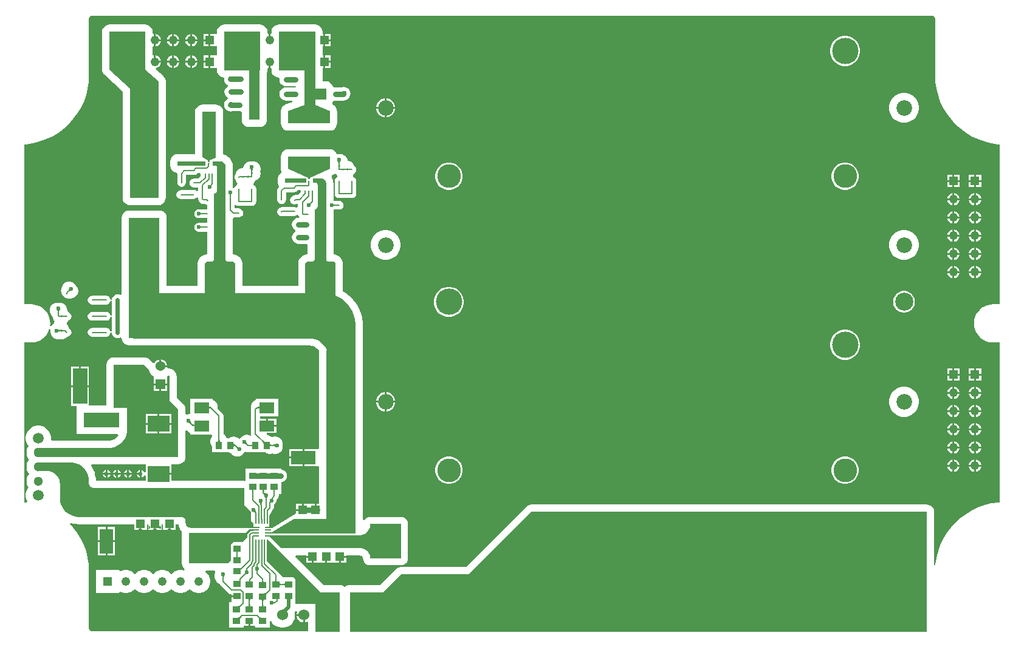
<source format=gtl>
G04*
G04 #@! TF.GenerationSoftware,Altium Limited,Altium Designer,24.5.2 (23)*
G04*
G04 Layer_Physical_Order=1*
G04 Layer_Color=255*
%FSLAX44Y44*%
%MOMM*%
G71*
G04*
G04 #@! TF.SameCoordinates,7688A6CE-4724-4EBB-A06F-6B4FEE905E02*
G04*
G04*
G04 #@! TF.FilePolarity,Positive*
G04*
G01*
G75*
%ADD17C,0.2030*%
%ADD18R,1.0000X0.9000*%
%ADD19R,1.1500X1.7000*%
%ADD20R,1.0200X0.9400*%
%ADD21R,1.3000X1.2000*%
%ADD22R,3.5000X1.8500*%
%ADD23R,2.1000X1.5000*%
%ADD24R,0.2000X0.7000*%
%ADD25R,0.9000X0.2000*%
%ADD26R,1.0000X0.2000*%
%ADD27R,0.9400X1.0200*%
%ADD28R,2.2000X2.7000*%
%ADD29R,3.1000X2.2000*%
%ADD30R,1.8500X3.5000*%
%ADD58C,0.8000*%
%ADD59C,0.2032*%
%ADD60C,0.5000*%
%ADD61C,0.6000*%
%ADD62C,0.9000*%
%ADD63C,1.5000*%
%ADD64C,1.3000*%
%ADD65C,1.5240*%
%ADD66R,1.2200X1.2200*%
%ADD67C,1.2200*%
%ADD68C,1.3700*%
%ADD69R,1.3700X1.3700*%
%ADD70R,2.0000X5.0000*%
%ADD71R,5.0000X2.0000*%
%ADD72R,1.2200X1.2200*%
%ADD73C,3.3100*%
%ADD74C,2.5100*%
%ADD75C,3.6800*%
%ADD76C,2.1750*%
%ADD77C,0.6000*%
G36*
X272500Y666125D02*
X263519Y662757D01*
X263519Y660000D01*
X261500Y660000D01*
X261500Y662864D01*
X253500Y667000D01*
Y730000D01*
X272500D01*
Y666125D01*
D02*
G37*
G36*
X445894Y660641D02*
X445710Y660418D01*
X445547Y660188D01*
X445406Y659951D01*
X445287Y659706D01*
X445189Y659455D01*
X445113Y659196D01*
X445059Y658930D01*
X445027Y658657D01*
X445016Y658377D01*
X442984D01*
X442973Y658657D01*
X442941Y658930D01*
X442886Y659196D01*
X442811Y659455D01*
X442713Y659706D01*
X442594Y659951D01*
X442453Y660188D01*
X442290Y660418D01*
X442106Y660641D01*
X441900Y660858D01*
X446100D01*
X445894Y660641D01*
D02*
G37*
G36*
X258000Y655000D02*
X219000D01*
Y661000D01*
X258000D01*
Y655000D01*
D02*
G37*
G36*
X445026Y656110D02*
X445057Y655759D01*
X445107Y655450D01*
X445178Y655182D01*
X445270Y654955D01*
X445382Y654769D01*
X445514Y654625D01*
X445666Y654521D01*
X445839Y654460D01*
X446032Y654439D01*
X441968D01*
X442161Y654460D01*
X442334Y654521D01*
X442486Y654625D01*
X442618Y654769D01*
X442730Y654955D01*
X442821Y655182D01*
X442892Y655450D01*
X442943Y655759D01*
X442974Y656110D01*
X442984Y656501D01*
X445016D01*
X445026Y656110D01*
D02*
G37*
G36*
X324394Y650641D02*
X324210Y650418D01*
X324047Y650188D01*
X323906Y649951D01*
X323787Y649706D01*
X323689Y649455D01*
X323614Y649196D01*
X323559Y648930D01*
X323527Y648657D01*
X323516Y648377D01*
X321484D01*
X321473Y648657D01*
X321441Y648930D01*
X321386Y649196D01*
X321311Y649455D01*
X321213Y649706D01*
X321094Y649951D01*
X320953Y650188D01*
X320790Y650418D01*
X320606Y650641D01*
X320400Y650858D01*
X324600D01*
X324394Y650641D01*
D02*
G37*
G36*
X455561Y647768D02*
X455540Y647961D01*
X455478Y648134D01*
X455375Y648286D01*
X455231Y648418D01*
X455045Y648530D01*
X454818Y648622D01*
X454550Y648693D01*
X454241Y648743D01*
X453890Y648774D01*
X453498Y648784D01*
Y650816D01*
X453890Y650826D01*
X454241Y650857D01*
X454550Y650908D01*
X454818Y650979D01*
X455045Y651070D01*
X455231Y651182D01*
X455375Y651314D01*
X455478Y651466D01*
X455540Y651639D01*
X455561Y651832D01*
Y647768D01*
D02*
G37*
G36*
X449060Y651639D02*
X449122Y651466D01*
X449225Y651314D01*
X449369Y651182D01*
X449555Y651070D01*
X449781Y650979D01*
X450050Y650908D01*
X450359Y650857D01*
X450710Y650826D01*
X451101Y650816D01*
Y648784D01*
X450710Y648774D01*
X450359Y648743D01*
X450050Y648693D01*
X449781Y648622D01*
X449555Y648530D01*
X449369Y648418D01*
X449225Y648286D01*
X449122Y648134D01*
X449060Y647961D01*
X449039Y647768D01*
Y651832D01*
X449060Y651639D01*
D02*
G37*
G36*
X323526Y645615D02*
X323557Y645270D01*
X323607Y644965D01*
X323679Y644701D01*
X323770Y644477D01*
X323882Y644295D01*
X324014Y644152D01*
X324166Y644051D01*
X324339Y643990D01*
X324532Y643969D01*
X320468D01*
X320661Y643990D01*
X320834Y644051D01*
X320986Y644152D01*
X321118Y644295D01*
X321230Y644477D01*
X321321Y644701D01*
X321393Y644965D01*
X321443Y645270D01*
X321474Y645615D01*
X321484Y646002D01*
X323516D01*
X323526Y645615D01*
D02*
G37*
G36*
X317561Y637468D02*
X317540Y637661D01*
X317479Y637834D01*
X317375Y637986D01*
X317231Y638118D01*
X317045Y638230D01*
X316819Y638321D01*
X316550Y638393D01*
X316241Y638443D01*
X315890Y638474D01*
X315499Y638484D01*
Y640516D01*
X315890Y640526D01*
X316241Y640557D01*
X316550Y640607D01*
X316819Y640679D01*
X317045Y640770D01*
X317231Y640882D01*
X317375Y641014D01*
X317479Y641166D01*
X317540Y641339D01*
X317561Y641532D01*
Y637468D01*
D02*
G37*
G36*
X309560Y641339D02*
X309622Y641166D01*
X309725Y641014D01*
X309869Y640882D01*
X310055Y640770D01*
X310282Y640679D01*
X310550Y640607D01*
X310859Y640557D01*
X311210Y640526D01*
X311602Y640516D01*
Y638484D01*
X311210Y638474D01*
X310859Y638443D01*
X310550Y638393D01*
X310282Y638321D01*
X310055Y638230D01*
X309869Y638118D01*
X309725Y637986D01*
X309622Y637834D01*
X309560Y637661D01*
X309539Y637468D01*
Y641532D01*
X309560Y641339D01*
D02*
G37*
G36*
X431000Y651000D02*
X403234Y638109D01*
Y636000D01*
X400764D01*
Y638110D01*
X373000Y651000D01*
Y668000D01*
X431000D01*
Y651000D01*
D02*
G37*
G36*
X398000Y631000D02*
X369000D01*
Y637000D01*
X398000D01*
Y631000D01*
D02*
G37*
G36*
X100000Y864392D02*
X1268261D01*
X1268222D01*
X1268261Y864392D01*
X1270000Y864392D01*
X1271668Y864127D01*
X1271706Y864119D01*
X1273153Y863153D01*
X1274119Y861706D01*
X1274127Y861668D01*
X1274392Y860000D01*
X1274422Y859849D01*
X1274422Y858222D01*
X1274426Y782465D01*
X1274461Y782290D01*
X1274409Y781231D01*
X1274876Y771738D01*
X1276270Y762336D01*
X1278580Y753116D01*
X1281782Y744167D01*
X1285845Y735575D01*
X1290732Y727423D01*
X1296393Y719789D01*
X1302776Y712746D01*
X1309819Y706364D01*
X1317453Y700702D01*
X1325605Y695815D01*
X1334197Y691752D01*
X1343146Y688550D01*
X1352366Y686240D01*
X1361768Y684846D01*
X1364392Y684717D01*
Y461608D01*
X1355000D01*
X1355000Y461608D01*
Y461608D01*
X1354785Y461565D01*
X1350842Y461255D01*
X1346786Y460281D01*
X1342932Y458685D01*
X1339375Y456505D01*
X1336204Y453796D01*
X1333495Y450625D01*
X1331315Y447068D01*
X1329719Y443214D01*
X1328745Y439158D01*
X1328418Y435000D01*
X1328745Y430842D01*
X1329719Y426786D01*
X1331315Y422932D01*
X1333495Y419375D01*
X1336204Y416204D01*
X1339375Y413495D01*
X1342932Y411315D01*
X1346786Y409719D01*
X1350842Y408745D01*
X1354785Y408435D01*
X1355000Y408392D01*
X1364392D01*
Y185287D01*
X1361771Y185159D01*
X1352368Y183764D01*
X1343148Y181454D01*
X1334198Y178252D01*
X1325605Y174188D01*
X1317453Y169301D01*
X1309818Y163639D01*
X1302775Y157255D01*
X1296391Y150212D01*
X1290729Y142578D01*
X1285842Y134424D01*
X1281778Y125832D01*
X1278576Y116882D01*
X1276266Y107662D01*
X1274871Y98259D01*
X1274864Y98114D01*
X1273086Y98158D01*
Y172000D01*
X1272743Y174611D01*
X1271735Y177043D01*
X1270132Y179132D01*
X1268043Y180735D01*
X1265611Y181743D01*
X1263000Y182086D01*
X712000D01*
X709389Y181743D01*
X706957Y180735D01*
X704868Y179132D01*
X620822Y95086D01*
X530000D01*
X530000Y95086D01*
X527389Y94743D01*
X524957Y93735D01*
X522868Y92132D01*
X522868Y92132D01*
X500822Y70086D01*
X459000D01*
X456390Y69743D01*
X453957Y68735D01*
X452000Y67233D01*
X450043Y68735D01*
X447611Y69743D01*
X445000Y70086D01*
X421908Y70086D01*
X383130Y109431D01*
X383816Y111072D01*
X397960D01*
Y110770D01*
X407000D01*
Y109500D01*
X408270D01*
Y100960D01*
X416040D01*
Y100960D01*
X417068D01*
Y100960D01*
X424837D01*
Y109500D01*
X427378D01*
Y100960D01*
X435148D01*
Y100960D01*
X436107Y100960D01*
Y100960D01*
X443877D01*
Y109500D01*
X445147D01*
Y110770D01*
X454187D01*
Y111072D01*
X473595D01*
X473943Y111055D01*
X474865Y110871D01*
X475503Y110607D01*
X476077Y110223D01*
X476565Y109735D01*
X476949Y109161D01*
X477213Y108523D01*
X477397Y107601D01*
X477426Y107005D01*
X477618Y105951D01*
X477757Y104889D01*
X477853Y104659D01*
X477897Y104414D01*
X478355Y103446D01*
X478765Y102457D01*
X478917Y102259D01*
X479023Y102034D01*
X479716Y101218D01*
X480368Y100368D01*
X480565Y100216D01*
X480727Y100026D01*
X481607Y99417D01*
X482457Y98765D01*
X482687Y98670D01*
X482892Y98528D01*
X483900Y98167D01*
X484889Y97757D01*
X485136Y97725D01*
X485371Y97641D01*
X486438Y97554D01*
X487500Y97414D01*
X530000D01*
X532611Y97757D01*
X535043Y98765D01*
X537132Y100368D01*
X538735Y102457D01*
X539743Y104889D01*
X540086Y107500D01*
Y155000D01*
X539743Y157611D01*
X538735Y160043D01*
X537132Y162132D01*
X535043Y163735D01*
X532611Y164743D01*
X530000Y165086D01*
X487500D01*
X486438Y164946D01*
X485371Y164859D01*
X485136Y164775D01*
X484889Y164743D01*
X483900Y164333D01*
X482892Y163972D01*
X482687Y163830D01*
X482457Y163735D01*
X481607Y163083D01*
X480727Y162474D01*
X480565Y162284D01*
X480368Y162132D01*
X479716Y161282D01*
X479023Y160466D01*
X477341Y161068D01*
X477086Y161241D01*
Y255500D01*
Y317000D01*
Y397764D01*
X477086Y397765D01*
X477086Y431980D01*
X477087Y434930D01*
X477001Y435586D01*
X477001Y436247D01*
X476233Y442097D01*
X476062Y442736D01*
X475976Y443391D01*
X474451Y449091D01*
X474198Y449702D01*
X474027Y450341D01*
X471771Y455793D01*
X471440Y456365D01*
X471187Y456976D01*
X468238Y462087D01*
X467836Y462612D01*
X467505Y463184D01*
X463914Y467866D01*
X463447Y468334D01*
X463045Y468858D01*
X458873Y473031D01*
X458349Y473434D01*
X457881Y473901D01*
X453201Y477494D01*
X452628Y477825D01*
X452103Y478227D01*
X449086Y479970D01*
Y518709D01*
X449000Y519364D01*
X449000Y520025D01*
X448829Y520664D01*
X448743Y521319D01*
X448490Y521930D01*
X448318Y522569D01*
X447862Y523671D01*
X447531Y524244D01*
X447278Y524854D01*
X446876Y525379D01*
X446545Y525952D01*
X446078Y526419D01*
X445675Y526943D01*
X444831Y527787D01*
X444307Y528190D01*
X443840Y528657D01*
X443267Y528988D01*
X442743Y529390D01*
X442132Y529643D01*
X441559Y529974D01*
X440457Y530430D01*
X439818Y530602D01*
X439207Y530854D01*
X438552Y530941D01*
X437913Y531112D01*
X437252Y531112D01*
X436597Y531198D01*
X436086D01*
X436086Y581996D01*
X436086Y582000D01*
Y593866D01*
X443900D01*
X446247Y594333D01*
X448237Y595663D01*
X448337Y595763D01*
X449667Y597753D01*
X450134Y600100D01*
X449667Y602447D01*
X448337Y604437D01*
X446347Y605767D01*
X444000Y606234D01*
X443497Y606134D01*
X436086D01*
Y630689D01*
X435957Y631670D01*
X435892Y632657D01*
X435624Y634010D01*
X435305Y634946D01*
X435050Y635902D01*
X434522Y637176D01*
X434027Y638032D01*
X433590Y638919D01*
X433487Y639074D01*
X433985Y641265D01*
X435247Y641852D01*
X435627Y642093D01*
X436043Y642265D01*
X436735Y642796D01*
X437471Y643263D01*
X437775Y643594D01*
X437950Y643728D01*
X438745Y643708D01*
X440000Y643382D01*
X440098Y643222D01*
X440304Y642725D01*
X440781Y642103D01*
X441190Y641434D01*
X441252Y641375D01*
X441339Y641002D01*
X441308Y640174D01*
X441080Y639425D01*
X440902Y639166D01*
X439663Y638337D01*
X438333Y636347D01*
X437866Y634000D01*
Y615900D01*
X438333Y613553D01*
X439663Y611563D01*
X441653Y610233D01*
X444000Y609766D01*
X462000D01*
X464347Y610233D01*
X466337Y611563D01*
X467667Y613553D01*
X468134Y615900D01*
Y633500D01*
X467667Y635847D01*
X466337Y637837D01*
X464347Y639167D01*
X463804Y639275D01*
X463575Y639556D01*
X463200Y640576D01*
X463178Y641212D01*
X463410Y641434D01*
X463819Y642103D01*
X464296Y642725D01*
X464502Y643222D01*
X464782Y643681D01*
X464944Y644232D01*
X466337Y645163D01*
X467667Y647153D01*
X468134Y649500D01*
X467667Y651847D01*
X466337Y653837D01*
X466037Y654137D01*
X465198Y654698D01*
X465004Y655167D01*
X464782Y655919D01*
X464502Y656378D01*
X464296Y656875D01*
X463819Y657497D01*
X463410Y658166D01*
X463021Y658537D01*
X462693Y658964D01*
X462071Y659441D01*
X461503Y659982D01*
X461031Y660239D01*
X460604Y660567D01*
X459880Y660867D01*
X459192Y661242D01*
X458669Y661369D01*
X458172Y661575D01*
X457394Y661677D01*
X456632Y661861D01*
X456095Y661848D01*
X456066Y661852D01*
X455999Y662282D01*
X455843Y663468D01*
X455796Y663580D01*
X455777Y663701D01*
X455293Y664795D01*
X454835Y665901D01*
X454761Y665997D01*
X454712Y666108D01*
X453961Y667040D01*
X453232Y667990D01*
X453135Y668064D01*
X453059Y668158D01*
X452093Y668864D01*
X451143Y669593D01*
X451031Y669639D01*
X450933Y669711D01*
X449816Y670142D01*
X448711Y670600D01*
X448590Y670616D01*
X448476Y670660D01*
X447286Y670788D01*
X446100Y670944D01*
X441900D01*
X440714Y670788D01*
X440671Y670783D01*
X439735Y673043D01*
X438132Y675132D01*
X436043Y676735D01*
X433610Y677743D01*
X431000Y678086D01*
X373000D01*
X370389Y677743D01*
X367957Y676735D01*
X365868Y675132D01*
X364265Y673043D01*
X363257Y670611D01*
X362914Y668000D01*
Y651000D01*
X362972Y650554D01*
X362953Y650104D01*
X363144Y649253D01*
X363257Y648390D01*
X363429Y647974D01*
X363528Y647534D01*
X363550Y647491D01*
X363957Y645735D01*
X361868Y644132D01*
X360265Y642043D01*
X359257Y639610D01*
X358914Y637000D01*
Y631000D01*
X359257Y628390D01*
X360265Y625957D01*
X360707Y625381D01*
X359663Y624337D01*
X358333Y622347D01*
X357866Y620000D01*
Y607500D01*
X358333Y605153D01*
X359663Y603163D01*
X361653Y601833D01*
X364000Y601366D01*
X366347Y601833D01*
X368337Y603163D01*
X369667Y605153D01*
X370134Y607500D01*
Y617459D01*
X370541Y617866D01*
X381000D01*
X383347Y618333D01*
X385337Y619663D01*
X386541Y620866D01*
X389729D01*
X390632Y619766D01*
Y618307D01*
X386280Y613955D01*
X382784D01*
X380437Y613488D01*
X378447Y612158D01*
X377526Y611237D01*
X376196Y609247D01*
X375729Y606900D01*
X376196Y604553D01*
X377526Y602563D01*
X379516Y601233D01*
X381863Y600766D01*
X384210Y601233D01*
X384890Y601687D01*
X386866D01*
Y597131D01*
X385088Y596180D01*
X384210Y596767D01*
X381863Y597234D01*
X364600D01*
X362253Y596767D01*
X360263Y595437D01*
X359663Y594837D01*
X358333Y592847D01*
X357866Y590500D01*
X358333Y588153D01*
X359663Y586163D01*
X361653Y584833D01*
X364000Y584366D01*
X366347Y584833D01*
X366547Y584966D01*
X381863D01*
X384210Y585433D01*
X385438Y586254D01*
X387207Y585870D01*
X387471Y585636D01*
X388663Y583853D01*
X387924Y582078D01*
X387500D01*
X385151Y581768D01*
X382961Y580861D01*
X381081Y579419D01*
X379639Y577539D01*
X378732Y575350D01*
X378422Y573000D01*
X378732Y570650D01*
X379639Y568461D01*
X381081Y566581D01*
X382961Y565139D01*
X383387Y564962D01*
Y563038D01*
X382961Y562862D01*
X381081Y561419D01*
X379639Y559539D01*
X378732Y557350D01*
X378422Y555000D01*
X378732Y552650D01*
X379639Y550461D01*
X381081Y548581D01*
X382961Y547139D01*
X385150Y546232D01*
X387500Y545922D01*
X398500D01*
X398577Y545933D01*
X399914Y544760D01*
Y531708D01*
X399404Y531198D01*
X398748Y531112D01*
X398087D01*
X397448Y530941D01*
X396793Y530855D01*
X396182Y530602D01*
X395544Y530430D01*
X394441Y529974D01*
X393868Y529643D01*
X393257Y529390D01*
X392733Y528988D01*
X392160Y528657D01*
X391693Y528190D01*
X391169Y527787D01*
X390325Y526943D01*
X389922Y526419D01*
X389455Y525951D01*
X389124Y525379D01*
X388722Y524854D01*
X388469Y524244D01*
X388138Y523671D01*
X387681Y522568D01*
X387510Y521930D01*
X387257Y521319D01*
X387171Y520663D01*
X387000Y520025D01*
Y519364D01*
X386914Y518708D01*
X386914Y518111D01*
Y487086D01*
X309087Y487086D01*
Y518709D01*
X309000Y519364D01*
X309000Y520025D01*
X308829Y520664D01*
X308743Y521319D01*
X308490Y521930D01*
X308319Y522569D01*
X307862Y523671D01*
X307532Y524244D01*
X307279Y524854D01*
X306876Y525379D01*
X306546Y525952D01*
X306078Y526419D01*
X305676Y526943D01*
X304832Y527787D01*
X304307Y528190D01*
X303840Y528657D01*
X303267Y528988D01*
X302743Y529390D01*
X302132Y529643D01*
X301560Y529974D01*
X300457Y530430D01*
X299818Y530602D01*
X299208Y530854D01*
X298552Y530941D01*
X297914Y531112D01*
X297253Y531112D01*
X296597Y531198D01*
X296087D01*
X296086Y581318D01*
X297864Y582966D01*
X304500D01*
X306847Y583433D01*
X308837Y584763D01*
X310167Y586753D01*
X310634Y589100D01*
X310167Y591447D01*
X308837Y593437D01*
X306847Y594767D01*
X304500Y595234D01*
X298941D01*
X298634Y595541D01*
Y599650D01*
X299409Y600113D01*
X300412Y600396D01*
X302153Y599233D01*
X304500Y598766D01*
X322500D01*
X324847Y599233D01*
X326837Y600563D01*
X328167Y602553D01*
X328634Y604900D01*
Y622500D01*
X328167Y624847D01*
X326837Y626837D01*
X324847Y628167D01*
X324389Y629167D01*
X324356Y630078D01*
X324693Y630336D01*
X325021Y630763D01*
X325410Y631134D01*
X325819Y631803D01*
X326296Y632425D01*
X326502Y632922D01*
X326782Y633381D01*
X327004Y634133D01*
X327037Y634213D01*
X327142Y634227D01*
X327874Y634530D01*
X328633Y634755D01*
X329085Y635032D01*
X329575Y635234D01*
X330203Y635716D01*
X330878Y636130D01*
X331243Y636515D01*
X331664Y636837D01*
X332146Y637466D01*
X332691Y638040D01*
X332944Y638506D01*
X333267Y638926D01*
X333570Y639658D01*
X333948Y640353D01*
X334072Y640869D01*
X334275Y641359D01*
X334378Y642144D01*
X334563Y642914D01*
X334549Y643444D01*
X334618Y643969D01*
X334515Y644754D01*
X334494Y645546D01*
X334344Y646054D01*
X334275Y646580D01*
X333972Y647311D01*
X333965Y647335D01*
X334343Y648247D01*
X334358Y648368D01*
X334402Y648481D01*
X334530Y649671D01*
X334686Y650858D01*
X334670Y650978D01*
X334683Y651099D01*
X334499Y652282D01*
X334343Y653468D01*
X334296Y653580D01*
X334277Y653701D01*
X333793Y654795D01*
X333335Y655901D01*
X333261Y655997D01*
X333212Y656108D01*
X332461Y657040D01*
X331732Y657990D01*
X331636Y658064D01*
X331559Y658158D01*
X330593Y658864D01*
X329643Y659593D01*
X329531Y659639D01*
X329432Y659711D01*
X328316Y660142D01*
X327211Y660600D01*
X327090Y660616D01*
X326977Y660660D01*
X325786Y660788D01*
X324600Y660944D01*
X320400D01*
X319214Y660788D01*
X318023Y660660D01*
X317910Y660616D01*
X317789Y660600D01*
X316684Y660142D01*
X315567Y659711D01*
X315469Y659639D01*
X315357Y659593D01*
X314407Y658864D01*
X313441Y658158D01*
X313364Y658064D01*
X313268Y657990D01*
X312539Y657040D01*
X311788Y656108D01*
X311739Y655997D01*
X311665Y655901D01*
X311207Y654795D01*
X310723Y653701D01*
X310704Y653580D01*
X310657Y653468D01*
X310501Y652282D01*
X310381Y651514D01*
X310316Y651516D01*
X309539Y651618D01*
X309006Y651548D01*
X308468Y651561D01*
X307705Y651377D01*
X306929Y651275D01*
X306431Y651069D01*
X305908Y650942D01*
X305220Y650567D01*
X304496Y650267D01*
X304069Y649939D01*
X303596Y649682D01*
X303029Y649141D01*
X302407Y648664D01*
X302079Y648237D01*
X301690Y647866D01*
X301281Y647197D01*
X300804Y646575D01*
X300598Y646078D01*
X300318Y645619D01*
X300096Y644867D01*
X299796Y644143D01*
X299726Y643609D01*
X299574Y643093D01*
X299555Y642309D01*
X299542Y642208D01*
X298833Y641147D01*
X298366Y638800D01*
X298833Y636453D01*
X299771Y635048D01*
X299796Y634857D01*
X300096Y634133D01*
X300318Y633381D01*
X300598Y632922D01*
X300804Y632425D01*
X301281Y631803D01*
X301690Y631134D01*
X302079Y630763D01*
X302278Y630505D01*
X302221Y629672D01*
X301891Y628493D01*
X301888Y628490D01*
X300163Y627337D01*
X298833Y625347D01*
X298640Y624379D01*
X298634Y624371D01*
X296690Y623689D01*
X296086Y624198D01*
Y654689D01*
X295957Y655670D01*
X295893Y656657D01*
X295623Y658010D01*
X295306Y658946D01*
X295049Y659902D01*
X294522Y661176D01*
X294027Y662032D01*
X293590Y662919D01*
X292824Y664066D01*
X292171Y664809D01*
X291569Y665594D01*
X290594Y666569D01*
X289810Y667171D01*
X289066Y667824D01*
X287919Y668590D01*
X287032Y669027D01*
X286176Y669522D01*
X284902Y670050D01*
X283946Y670305D01*
X283010Y670623D01*
X282586Y670708D01*
Y730000D01*
X282243Y732610D01*
X281235Y735043D01*
X279632Y737132D01*
X277543Y738735D01*
X275110Y739743D01*
X272500Y740086D01*
X253500D01*
X250889Y739743D01*
X248457Y738735D01*
X246368Y737132D01*
X244765Y735043D01*
X243757Y732610D01*
X243414Y730000D01*
Y671086D01*
X219000D01*
X216390Y670743D01*
X213957Y669735D01*
X211868Y668132D01*
X210265Y666043D01*
X209257Y663611D01*
X208914Y661000D01*
Y655000D01*
X209257Y652390D01*
X210265Y649957D01*
X211868Y647868D01*
X213957Y646265D01*
X216390Y645257D01*
X217739Y645080D01*
X218428Y644119D01*
Y631619D01*
X218895Y629272D01*
X220224Y627282D01*
X222214Y625952D01*
X224562Y625485D01*
X226909Y625952D01*
X228899Y627282D01*
X230228Y629272D01*
X230695Y631619D01*
Y641579D01*
X231102Y641985D01*
X241562D01*
X243909Y642452D01*
X245899Y643782D01*
X247031Y644914D01*
X250529D01*
X251318Y643952D01*
Y640493D01*
X247859Y637034D01*
X241500D01*
X239153Y636567D01*
X237163Y635237D01*
X235833Y633247D01*
X235366Y630900D01*
X235833Y628553D01*
X237163Y626563D01*
X239153Y625233D01*
X241500Y624766D01*
X247596D01*
Y620006D01*
X245837Y619437D01*
X243847Y620767D01*
X241500Y621234D01*
X239153Y620767D01*
X238953Y620634D01*
X223500D01*
X221153Y620167D01*
X219163Y618837D01*
X217833Y616847D01*
X217366Y614500D01*
X217833Y612153D01*
X219163Y610163D01*
X221153Y608833D01*
X223500Y608366D01*
X240900D01*
X243247Y608833D01*
X245237Y610163D01*
X245818Y610743D01*
X245903Y610742D01*
X247596Y610194D01*
Y608771D01*
X248062Y606423D01*
X249392Y604433D01*
X250705Y603120D01*
X252695Y601791D01*
X255042Y601324D01*
X257270D01*
X258753Y600333D01*
X259914Y600102D01*
Y594133D01*
X248500D01*
X246153Y593666D01*
X244163Y592337D01*
X242834Y590347D01*
X242367Y588000D01*
X242834Y585653D01*
X244163Y583663D01*
X246153Y582334D01*
X248500Y581867D01*
X259914D01*
Y575133D01*
X248500D01*
X246153Y574666D01*
X244163Y573336D01*
X242834Y571347D01*
X242367Y569000D01*
X242834Y566653D01*
X244163Y564664D01*
X246153Y563334D01*
X248500Y562867D01*
X259914D01*
Y531708D01*
X259404Y531198D01*
X258748Y531112D01*
X258087D01*
X257449Y530941D01*
X256793Y530855D01*
X256183Y530602D01*
X255544Y530430D01*
X254441Y529974D01*
X253869Y529643D01*
X253258Y529390D01*
X252733Y528988D01*
X252161Y528657D01*
X251693Y528190D01*
X251169Y527787D01*
X250325Y526943D01*
X249922Y526419D01*
X249455Y525951D01*
X249125Y525379D01*
X248722Y524854D01*
X248469Y524244D01*
X248139Y523671D01*
X247682Y522568D01*
X247511Y521930D01*
X247258Y521319D01*
X247171Y520663D01*
X247000Y520025D01*
Y519364D01*
X246914Y518708D01*
X246914Y518111D01*
Y487086D01*
X203836D01*
Y582500D01*
X203493Y585111D01*
X202485Y587543D01*
X200882Y589632D01*
X198793Y591235D01*
X196360Y592243D01*
X193750Y592586D01*
X151250D01*
X148639Y592243D01*
X146207Y591235D01*
X144118Y589632D01*
X142515Y587543D01*
X141507Y585111D01*
X141164Y582500D01*
Y475402D01*
X139434Y474488D01*
X137488Y475294D01*
X135400Y475569D01*
X133312Y475294D01*
X131365Y474488D01*
X129694Y473206D01*
X128412Y471535D01*
X127606Y469588D01*
X127422Y468193D01*
X127417Y468153D01*
X125616Y468094D01*
X125572Y468313D01*
X125267Y469847D01*
X123937Y471837D01*
X121947Y473167D01*
X119600Y473634D01*
X100000D01*
X97653Y473167D01*
X95663Y471837D01*
X94333Y469847D01*
X93866Y467500D01*
X94333Y465153D01*
X95663Y463163D01*
X97653Y461833D01*
X100000Y461366D01*
X119600D01*
X121947Y461833D01*
X123937Y463163D01*
X125267Y465153D01*
X125511Y466378D01*
X125553Y466591D01*
X127331Y466416D01*
Y446084D01*
X125553Y445909D01*
X125267Y447347D01*
X123937Y449337D01*
X121947Y450667D01*
X119600Y451134D01*
X100000D01*
X97653Y450667D01*
X95663Y449337D01*
X94333Y447347D01*
X93866Y445000D01*
X94333Y442653D01*
X95663Y440663D01*
X97653Y439333D01*
X100000Y438866D01*
X119600D01*
X121947Y439333D01*
X123937Y440663D01*
X125267Y442653D01*
X125553Y444091D01*
X127331Y443916D01*
Y423584D01*
X125553Y423409D01*
X125511Y423622D01*
X125267Y424847D01*
X123937Y426837D01*
X121947Y428167D01*
X119600Y428634D01*
X100000D01*
X97653Y428167D01*
X95663Y426837D01*
X94333Y424847D01*
X93866Y422500D01*
X94333Y420153D01*
X95663Y418163D01*
X97653Y416833D01*
X100000Y416366D01*
X119600D01*
X121947Y416833D01*
X123937Y418163D01*
X125267Y420153D01*
X125572Y421687D01*
X125616Y421906D01*
X127417Y421847D01*
X127422Y421807D01*
X127606Y420412D01*
X128412Y418465D01*
X129694Y416794D01*
X131365Y415512D01*
X133312Y414706D01*
X135400Y414431D01*
X137488Y414706D01*
X139434Y415512D01*
X141164Y414598D01*
Y414504D01*
X141507Y411893D01*
X142515Y409461D01*
X144118Y407372D01*
X146207Y405769D01*
X148639Y404761D01*
X151250Y404417D01*
X154003D01*
X154389Y404257D01*
X157000Y403914D01*
X404446Y403914D01*
X405163Y403838D01*
X407428Y403350D01*
X409431Y402607D01*
X411307Y401587D01*
X413019Y400309D01*
X414531Y398800D01*
X415812Y397090D01*
X415914Y396905D01*
Y317000D01*
X415914Y317000D01*
Y260766D01*
X414540Y259790D01*
X414136Y259790D01*
X395770D01*
Y248000D01*
Y236210D01*
X414136D01*
X414540Y236210D01*
X415914Y235234D01*
Y233000D01*
Y183040D01*
X412422D01*
Y174500D01*
X409882D01*
Y183040D01*
X402338D01*
Y183040D01*
X394568D01*
Y174500D01*
X393298D01*
Y173230D01*
X384258D01*
Y172138D01*
Y169742D01*
X351000Y149566D01*
X347000D01*
Y166000D01*
X353311Y177952D01*
Y182261D01*
X354331Y183281D01*
X355051Y184358D01*
X355090Y184398D01*
X356420Y186388D01*
X356877Y188685D01*
X358102Y189910D01*
X359432Y191900D01*
X359898Y194247D01*
Y196953D01*
X363586D01*
Y213449D01*
X364809Y213610D01*
X366998Y214517D01*
X368878Y215959D01*
X370321Y217840D01*
X371227Y220029D01*
X371537Y222378D01*
X371227Y224728D01*
X370321Y226917D01*
X368878Y228797D01*
X366998Y230240D01*
X364809Y231147D01*
X363586Y231308D01*
Y232153D01*
X348617D01*
Y232153D01*
X313548D01*
Y216231D01*
X312211Y215058D01*
X312000Y215086D01*
X210540D01*
Y223730D01*
X192500D01*
Y226270D01*
X210540D01*
Y238540D01*
X212267Y238664D01*
X220000D01*
X222610Y239007D01*
X225043Y240015D01*
X227132Y241618D01*
X228735Y243707D01*
X229743Y246140D01*
X230086Y248750D01*
Y284866D01*
X230464Y285365D01*
X230835Y285481D01*
X232274Y285650D01*
X232813Y284911D01*
X232909Y284834D01*
X232984Y284736D01*
X233932Y284008D01*
X234862Y283258D01*
X234975Y283208D01*
X235073Y283133D01*
X236177Y282675D01*
X236806Y282397D01*
X237000Y282248D01*
Y279600D01*
X266592D01*
X266923Y279251D01*
X267449Y277822D01*
X267085Y277373D01*
X267030Y277251D01*
X266949Y277145D01*
X266496Y276050D01*
X266279Y275563D01*
X265933Y275113D01*
X265730Y274623D01*
X265453Y274170D01*
X265228Y273411D01*
X264925Y272680D01*
X264856Y272154D01*
X264706Y271646D01*
X264685Y270854D01*
X264582Y270070D01*
X264651Y269544D01*
X264637Y269014D01*
X264822Y268244D01*
X264925Y267459D01*
X265128Y266969D01*
X265252Y266453D01*
X265630Y265758D01*
X265933Y265026D01*
X266256Y264606D01*
X266509Y264140D01*
X267000Y263622D01*
Y254900D01*
X291110D01*
X291196Y254818D01*
X291669Y254561D01*
X292096Y254233D01*
X292820Y253933D01*
X293508Y253558D01*
X294031Y253431D01*
X294165Y253376D01*
X294389Y253097D01*
X295118Y252148D01*
X295214Y252074D01*
X295291Y251979D01*
X296258Y251273D01*
X297207Y250545D01*
X297319Y250499D01*
X297417Y250427D01*
X298534Y249995D01*
X299640Y249537D01*
X299760Y249522D01*
X299873Y249478D01*
X301063Y249350D01*
X302250Y249194D01*
X302371Y249210D01*
X302491Y249197D01*
X303674Y249381D01*
X304861Y249537D01*
X304973Y249584D01*
X305093Y249603D01*
X306187Y250087D01*
X307293Y250545D01*
X307390Y250619D01*
X307501Y250668D01*
X308432Y251419D01*
X309382Y252148D01*
X312352Y255118D01*
X312877Y255801D01*
X313355Y255757D01*
X314290Y255599D01*
X314661Y255635D01*
X315032Y255600D01*
X315622Y255700D01*
X317400Y254900D01*
Y254900D01*
X341511D01*
X341596Y254818D01*
X342069Y254561D01*
X342496Y254233D01*
X343220Y253933D01*
X343908Y253558D01*
X344431Y253431D01*
X344929Y253225D01*
X345706Y253123D01*
X346468Y252939D01*
X347005Y252952D01*
X347539Y252882D01*
X348316Y252984D01*
X349100Y253003D01*
X349616Y253155D01*
X350149Y253225D01*
X350874Y253525D01*
X351442Y253693D01*
X351641Y253615D01*
X352747Y253157D01*
X352868Y253141D01*
X352981Y253098D01*
X354171Y252970D01*
X355358Y252814D01*
X355478Y252830D01*
X355599Y252817D01*
X356782Y253001D01*
X357968Y253157D01*
X358080Y253204D01*
X358201Y253223D01*
X359295Y253707D01*
X360401Y254165D01*
X360497Y254239D01*
X360608Y254288D01*
X361540Y255039D01*
X362490Y255768D01*
X362564Y255865D01*
X362658Y255941D01*
X363364Y256907D01*
X364093Y257857D01*
X364139Y257969D01*
X364211Y258067D01*
X364642Y259184D01*
X365100Y260289D01*
X365116Y260410D01*
X365160Y260523D01*
X365288Y261714D01*
X365444Y262900D01*
Y267100D01*
X365288Y268286D01*
X365160Y269477D01*
X365116Y269590D01*
X365100Y269711D01*
X364642Y270816D01*
X364211Y271933D01*
X364139Y272031D01*
X364093Y272143D01*
X363364Y273093D01*
X362658Y274059D01*
X362564Y274136D01*
X362490Y274232D01*
X361540Y274961D01*
X360608Y275712D01*
X360497Y275761D01*
X360401Y275835D01*
X359295Y276293D01*
X358201Y276777D01*
X358080Y276796D01*
X357968Y276843D01*
X356782Y276999D01*
X355599Y277183D01*
X355478Y277170D01*
X355358Y277186D01*
X354172Y277030D01*
X352981Y276902D01*
X352868Y276859D01*
X352747Y276843D01*
X351642Y276385D01*
X351442Y276307D01*
X350874Y276475D01*
X350149Y276775D01*
X349616Y276845D01*
X349100Y276997D01*
X348380Y277014D01*
X348236Y277202D01*
X347814Y277526D01*
X347448Y277911D01*
X346774Y278323D01*
X346147Y278804D01*
X345656Y279008D01*
X345202Y279286D01*
X344445Y279510D01*
X343972Y279706D01*
X343274Y280241D01*
X343191Y280275D01*
X343182Y280282D01*
X343161Y280453D01*
X343594Y282060D01*
X356540D01*
Y290830D01*
X343500D01*
Y292100D01*
X342230D01*
Y302140D01*
X333634D01*
Y305000D01*
X359000D01*
Y330000D01*
X328000D01*
Y328253D01*
X327608Y327953D01*
X327052Y327705D01*
X325955Y327251D01*
X325851Y327171D01*
X325731Y327117D01*
X324808Y326371D01*
X323866Y325648D01*
X323786Y325544D01*
X323684Y325461D01*
X322986Y324501D01*
X322263Y323559D01*
X322213Y323438D01*
X322136Y323331D01*
X321710Y322223D01*
X321256Y321127D01*
X321239Y320996D01*
X321191Y320873D01*
X321067Y319693D01*
X320912Y318516D01*
Y316484D01*
X321067Y315307D01*
X321191Y314127D01*
X321239Y314004D01*
X321256Y313874D01*
X321366Y313607D01*
Y280800D01*
X321620Y279525D01*
X321190Y278977D01*
X320033Y278391D01*
X319217Y278737D01*
X318135Y279228D01*
X318007Y279249D01*
X317888Y279300D01*
X316710Y279465D01*
X315538Y279660D01*
X315409Y279647D01*
X315280Y279665D01*
X314100Y279520D01*
X312917Y279405D01*
X312796Y279359D01*
X312667Y279343D01*
X311565Y278897D01*
X310452Y278479D01*
X310346Y278404D01*
X310226Y278356D01*
X309277Y277640D01*
X308310Y276948D01*
X305242Y274080D01*
X305198Y274027D01*
X304469Y274617D01*
X304349Y274671D01*
X304245Y274751D01*
X303148Y275205D01*
X302592Y275453D01*
X302182Y275767D01*
X301685Y275973D01*
X301226Y276253D01*
X300474Y276475D01*
X299750Y276775D01*
X299216Y276845D01*
X298700Y276997D01*
X297916Y277016D01*
X297139Y277118D01*
X296605Y277048D01*
X296068Y277061D01*
X295306Y276877D01*
X294529Y276775D01*
X294031Y276569D01*
X293508Y276442D01*
X292820Y276067D01*
X292096Y275767D01*
X291669Y275439D01*
X291196Y275182D01*
X291110Y275100D01*
X287472D01*
X287467Y275113D01*
X287121Y275563D01*
X286904Y276050D01*
X286451Y277145D01*
X286370Y277251D01*
X286315Y277373D01*
X285569Y278294D01*
X284848Y279234D01*
X284742Y279315D01*
X284658Y279419D01*
X283699Y280115D01*
X282834Y280779D01*
Y305800D01*
X282367Y308147D01*
X281037Y310137D01*
X275040Y316134D01*
X275086Y316484D01*
Y318516D01*
X274931Y319693D01*
X274807Y320874D01*
X274760Y320996D01*
X274743Y321127D01*
X274288Y322223D01*
X273862Y323331D01*
X273785Y323438D01*
X273735Y323559D01*
X273012Y324501D01*
X272314Y325461D01*
X272212Y325544D01*
X272132Y325648D01*
X271190Y326371D01*
X270267Y327118D01*
X270147Y327171D01*
X270043Y327251D01*
X268946Y327705D01*
X268389Y327953D01*
X268000Y328252D01*
Y330000D01*
X237000D01*
Y310816D01*
X236759Y309053D01*
X235576Y308869D01*
X234389Y308713D01*
X234277Y308666D01*
X234157Y308647D01*
X233063Y308163D01*
X231957Y307705D01*
X231860Y307631D01*
X231749Y307582D01*
X230086Y308525D01*
Y315000D01*
X229743Y317611D01*
X228735Y320043D01*
X227132Y322132D01*
X217586Y331678D01*
Y361547D01*
X217500Y362203D01*
Y362864D01*
X217329Y363502D01*
X217243Y364158D01*
X216990Y364769D01*
X216819Y365407D01*
X216488Y365980D01*
X216235Y366591D01*
X215833Y367115D01*
X215502Y367688D01*
X215035Y368155D01*
X214632Y368680D01*
X214107Y369082D01*
X213640Y369549D01*
X213068Y369880D01*
X212543Y370282D01*
X211932Y370535D01*
X211360Y370866D01*
X209717Y371546D01*
X209079Y371717D01*
X208468Y371970D01*
X207812Y372057D01*
X207174Y372228D01*
X206513D01*
X205857Y372314D01*
X205786Y372305D01*
X204727Y373223D01*
X204389Y373930D01*
X195000D01*
Y375200D01*
X193730D01*
Y384581D01*
X191376Y383950D01*
X189234Y382714D01*
X187486Y380966D01*
X186874Y379905D01*
X184692Y379573D01*
X179632Y384632D01*
X177543Y386235D01*
X175110Y387243D01*
X172500Y387586D01*
X130000D01*
X127389Y387243D01*
X124957Y386235D01*
X122868Y384632D01*
X121265Y382543D01*
X120257Y380111D01*
X119914Y377500D01*
Y320500D01*
X95540D01*
Y346230D01*
X83000D01*
X70460D01*
Y319960D01*
X78000D01*
Y280500D01*
X135421D01*
X136323Y278722D01*
X135150Y276966D01*
X133034Y274850D01*
X130546Y273188D01*
X127781Y272042D01*
X124602Y271410D01*
X123102Y271336D01*
X43515D01*
X42387Y272711D01*
X42500Y273276D01*
Y276724D01*
X41828Y280105D01*
X40508Y283289D01*
X38593Y286156D01*
X36156Y288593D01*
X33289Y290508D01*
X30105Y291828D01*
X26724Y292500D01*
X23276D01*
X19895Y291828D01*
X16711Y290508D01*
X13844Y288593D01*
X11407Y286156D01*
X9492Y283289D01*
X8173Y280105D01*
X7500Y276724D01*
Y273276D01*
X8173Y269895D01*
X9492Y266711D01*
X11236Y264100D01*
X10378Y262816D01*
X9134Y259813D01*
X8500Y256625D01*
Y253375D01*
X9134Y250187D01*
X10378Y247184D01*
X11837Y245000D01*
X10378Y242816D01*
X9134Y239813D01*
X8500Y236625D01*
Y233375D01*
X9134Y230187D01*
X10378Y227184D01*
X11837Y225000D01*
X10378Y222816D01*
X9134Y219813D01*
X8500Y216625D01*
Y213375D01*
X9134Y210187D01*
X10378Y207184D01*
X11236Y205900D01*
X9492Y203289D01*
X8173Y200105D01*
X7500Y196724D01*
Y193276D01*
X8173Y189895D01*
X9466Y186773D01*
X9143Y185942D01*
X8612Y185102D01*
X8229Y185159D01*
X5608Y185287D01*
Y408392D01*
X15000D01*
X15000Y408392D01*
Y408392D01*
X15215Y408435D01*
X19158Y408745D01*
X23214Y409719D01*
X27068Y411315D01*
X30624Y413495D01*
X33796Y416204D01*
X36505Y419375D01*
X38685Y422932D01*
X40281Y426786D01*
X42056Y426563D01*
Y422900D01*
X42212Y421714D01*
X42340Y420523D01*
X42384Y420410D01*
X42400Y420289D01*
X42858Y419184D01*
X43289Y418068D01*
X43361Y417969D01*
X43407Y417857D01*
X44136Y416907D01*
X44842Y415941D01*
X44936Y415864D01*
X45010Y415768D01*
X45960Y415039D01*
X46891Y414288D01*
X47003Y414239D01*
X47099Y414165D01*
X48205Y413707D01*
X49299Y413223D01*
X49419Y413204D01*
X49532Y413157D01*
X50718Y413001D01*
X51901Y412817D01*
X52022Y412830D01*
X52142Y412814D01*
X53328Y412970D01*
X54519Y413098D01*
X54632Y413142D01*
X54753Y413157D01*
X54934Y413232D01*
X54950Y413225D01*
X55484Y413155D01*
X56000Y413003D01*
X56784Y412984D01*
X57561Y412882D01*
X58095Y412952D01*
X58632Y412939D01*
X59394Y413123D01*
X60171Y413225D01*
X60669Y413431D01*
X61192Y413558D01*
X61880Y413933D01*
X62604Y414233D01*
X63031Y414561D01*
X63504Y414818D01*
X64071Y415359D01*
X64693Y415836D01*
X65021Y416263D01*
X65163Y416399D01*
X67347Y416833D01*
X69337Y418163D01*
X70667Y420153D01*
X71134Y422500D01*
X70667Y424847D01*
X69337Y426837D01*
X67502Y428672D01*
X67374Y429109D01*
X67304Y429642D01*
X67004Y430367D01*
X66782Y431119D01*
X66502Y431578D01*
X66296Y432075D01*
X65819Y432697D01*
X65410Y433366D01*
X65021Y433737D01*
X64909Y433883D01*
X64785Y435000D01*
X64909Y436117D01*
X65021Y436263D01*
X65410Y436634D01*
X65819Y437303D01*
X66296Y437925D01*
X66502Y438422D01*
X66782Y438881D01*
X66888Y439242D01*
X67347Y439333D01*
X69337Y440663D01*
X70667Y442653D01*
X71134Y445000D01*
X70667Y447347D01*
X69337Y449337D01*
X67347Y450667D01*
X66888Y450758D01*
X66782Y451119D01*
X66502Y451578D01*
X66296Y452075D01*
X65819Y452697D01*
X65410Y453366D01*
X65154Y453610D01*
X65186Y453858D01*
X65170Y453978D01*
X65183Y454099D01*
X64999Y455282D01*
X64843Y456468D01*
X64796Y456581D01*
X64777Y456701D01*
X64293Y457795D01*
X63835Y458901D01*
X63761Y458997D01*
X63712Y459109D01*
X62961Y460040D01*
X62232Y460990D01*
X62136Y461064D01*
X62059Y461158D01*
X61093Y461864D01*
X60143Y462593D01*
X60031Y462639D01*
X59932Y462711D01*
X58816Y463142D01*
X57710Y463600D01*
X57590Y463616D01*
X57477Y463660D01*
X56286Y463788D01*
X55100Y463944D01*
X50900D01*
X49714Y463788D01*
X48524Y463660D01*
X48410Y463616D01*
X48289Y463600D01*
X47184Y463142D01*
X46068Y462711D01*
X45969Y462639D01*
X45857Y462593D01*
X44907Y461864D01*
X43941Y461158D01*
X43864Y461064D01*
X43768Y460990D01*
X43039Y460040D01*
X42288Y459109D01*
X42239Y458997D01*
X42165Y458901D01*
X41707Y457795D01*
X41223Y456701D01*
X41204Y456581D01*
X41157Y456468D01*
X41001Y455282D01*
X40817Y454099D01*
X40830Y453978D01*
X40814Y453858D01*
X40970Y452672D01*
X41098Y451481D01*
X41142Y451368D01*
X41157Y451247D01*
X41615Y450141D01*
X42047Y449025D01*
X42119Y448927D01*
X42165Y448814D01*
X42288Y448654D01*
X42317Y448585D01*
X42350Y448392D01*
X42819Y447372D01*
X43249Y446334D01*
X43369Y446178D01*
X43451Y446000D01*
X44168Y445136D01*
X44852Y444245D01*
X45008Y444126D01*
X45133Y443974D01*
X45442Y443756D01*
X45567Y442807D01*
X45691Y441627D01*
X45739Y441504D01*
X45756Y441373D01*
X46210Y440277D01*
X46636Y439169D01*
X46713Y439062D01*
X46764Y438941D01*
X47486Y437999D01*
X47530Y437939D01*
X47532Y437934D01*
X47107Y435872D01*
X47007Y435764D01*
X47003Y435761D01*
X46891Y435712D01*
X45960Y434961D01*
X45010Y434232D01*
X44936Y434136D01*
X44842Y434059D01*
X44136Y433093D01*
X43407Y432143D01*
X43361Y432031D01*
X43289Y431932D01*
X43082Y431396D01*
X41330Y431794D01*
X41582Y435000D01*
X41255Y439158D01*
X40281Y443214D01*
X38685Y447068D01*
X36505Y450625D01*
X33796Y453796D01*
X30624Y456505D01*
X27068Y458685D01*
X23214Y460281D01*
X19158Y461255D01*
X15215Y461565D01*
X15000Y461608D01*
X5578D01*
Y684711D01*
X8229Y684841D01*
X17631Y686236D01*
X26852Y688546D01*
X35802Y691748D01*
X44394Y695812D01*
X52547Y700699D01*
X60182Y706361D01*
X67225Y712745D01*
X73609Y719788D01*
X79271Y727422D01*
X84158Y735575D01*
X88222Y744168D01*
X91424Y753118D01*
X93734Y762339D01*
X95129Y771741D01*
X95595Y781235D01*
X95543Y782295D01*
X95578Y782470D01*
Y859849D01*
X95608Y860000D01*
X95608D01*
X95873Y861668D01*
X95881Y861706D01*
X96847Y863153D01*
X98294Y864119D01*
X99833Y864426D01*
X100000Y864392D01*
D02*
G37*
G36*
X281042Y660731D02*
X282316Y660203D01*
X283462Y659437D01*
X284437Y658462D01*
X285203Y657316D01*
X285731Y656042D01*
X286000Y654689D01*
Y654000D01*
Y606000D01*
X286000D01*
X286000Y524112D01*
X286058Y523527D01*
X286506Y522445D01*
X287334Y521618D01*
X288415Y521170D01*
X289000Y521112D01*
X296597D01*
X297700Y520655D01*
X298544Y519811D01*
X299000Y518709D01*
Y518112D01*
Y477000D01*
X397000Y477000D01*
Y518112D01*
X397000Y518709D01*
X397457Y519811D01*
X398301Y520655D01*
X399403Y521112D01*
X400000Y521112D01*
X400000Y521112D01*
X406000D01*
X406780Y521189D01*
X408222Y521786D01*
X409326Y522890D01*
X409923Y524332D01*
X410000Y525112D01*
X410000Y525112D01*
Y594000D01*
X410780Y594077D01*
X412222Y594674D01*
X413326Y595778D01*
X413923Y597220D01*
X414000Y598000D01*
Y629000D01*
X413962Y629390D01*
X413663Y630111D01*
X413111Y630663D01*
X412390Y630962D01*
X412000Y631000D01*
X408000D01*
Y637000D01*
X419689D01*
X421042Y636731D01*
X422316Y636203D01*
X423462Y635437D01*
X424437Y634462D01*
X425203Y633316D01*
X425731Y632042D01*
X426000Y630689D01*
Y630000D01*
Y582000D01*
X425999D01*
X426000Y524112D01*
X426058Y523527D01*
X426506Y522445D01*
X427333Y521618D01*
X428415Y521170D01*
X429000Y521112D01*
X436597D01*
X437699Y520655D01*
X438543Y519811D01*
X439000Y518709D01*
Y518112D01*
Y473666D01*
X441950Y472443D01*
X447059Y469493D01*
X451740Y465900D01*
X455911Y461727D01*
X459502Y457046D01*
X462451Y451935D01*
X464707Y446483D01*
X466233Y440784D01*
X467001Y434934D01*
X467000Y431984D01*
X467000Y397764D01*
X467000D01*
Y317000D01*
Y233000D01*
Y141553D01*
X348673D01*
Y143553D01*
X350000D01*
X381508Y162000D01*
Y162052D01*
X426000D01*
Y233000D01*
Y317000D01*
X426000D01*
Y397764D01*
X426720D01*
X426034Y399419D01*
X424316Y402562D01*
X422168Y405428D01*
X419633Y407958D01*
X416763Y410101D01*
X413616Y411813D01*
X410258Y413058D01*
X406757Y413812D01*
X404975Y414000D01*
X157000Y414000D01*
Y414504D01*
X151250D01*
Y582500D01*
X193750D01*
Y477000D01*
X257000Y477000D01*
Y518112D01*
X257000Y518709D01*
X257457Y519811D01*
X258301Y520655D01*
X259404Y521112D01*
X260000Y521112D01*
X260000Y521112D01*
X266000D01*
X266781Y521189D01*
X268223Y521786D01*
X269326Y522890D01*
X269923Y524332D01*
X270000Y525112D01*
X270000Y525112D01*
Y615880D01*
X270781Y615957D01*
X272222Y616554D01*
X273326Y617658D01*
X273923Y619099D01*
X274000Y619880D01*
Y653000D01*
X273962Y653390D01*
X273663Y654111D01*
X273111Y654663D01*
X272390Y654962D01*
X272000Y655000D01*
X268000D01*
Y661000D01*
X279689D01*
X281042Y660731D01*
D02*
G37*
G36*
X54894Y453642D02*
X54710Y453418D01*
X54547Y453188D01*
X54406Y452951D01*
X54287Y452706D01*
X54189Y452455D01*
X54114Y452196D01*
X54059Y451930D01*
X54027Y451657D01*
X54016Y451377D01*
X51984D01*
X51973Y451657D01*
X51941Y451930D01*
X51886Y452196D01*
X51811Y452455D01*
X51713Y452706D01*
X51594Y452951D01*
X51453Y453188D01*
X51290Y453418D01*
X51106Y453642D01*
X50900Y453858D01*
X55100D01*
X54894Y453642D01*
D02*
G37*
G36*
X57561Y442968D02*
X57540Y443161D01*
X57478Y443334D01*
X57375Y443486D01*
X57231Y443618D01*
X57045Y443730D01*
X56818Y443821D01*
X56550Y443893D01*
X56241Y443943D01*
X55890Y443974D01*
X55498Y443984D01*
Y446016D01*
X55890Y446026D01*
X56241Y446057D01*
X56550Y446107D01*
X56818Y446179D01*
X57045Y446270D01*
X57231Y446382D01*
X57375Y446514D01*
X57478Y446666D01*
X57540Y446839D01*
X57561Y447032D01*
Y442968D01*
D02*
G37*
G36*
Y422968D02*
X57540Y423161D01*
X57478Y423334D01*
X57375Y423486D01*
X57231Y423618D01*
X57045Y423730D01*
X56818Y423821D01*
X56550Y423893D01*
X56241Y423943D01*
X55890Y423974D01*
X55498Y423984D01*
Y426016D01*
X55890Y426026D01*
X56241Y426057D01*
X56550Y426107D01*
X56818Y426179D01*
X57045Y426270D01*
X57231Y426382D01*
X57375Y426514D01*
X57478Y426666D01*
X57540Y426839D01*
X57561Y427032D01*
Y422968D01*
D02*
G37*
G36*
X52358Y426894D02*
X52582Y426710D01*
X52812Y426547D01*
X53049Y426406D01*
X53294Y426287D01*
X53545Y426189D01*
X53804Y426114D01*
X54070Y426059D01*
X54343Y426027D01*
X54623Y426016D01*
Y423984D01*
X54343Y423973D01*
X54070Y423941D01*
X53804Y423886D01*
X53545Y423811D01*
X53294Y423713D01*
X53049Y423594D01*
X52812Y423453D01*
X52582Y423290D01*
X52358Y423106D01*
X52142Y422900D01*
Y427100D01*
X52358Y426894D01*
D02*
G37*
G36*
X262960Y319338D02*
X263022Y319165D01*
X263125Y319013D01*
X263269Y318881D01*
X263454Y318770D01*
X263681Y318678D01*
X263949Y318607D01*
X264258Y318557D01*
X264608Y318526D01*
X265000Y318516D01*
Y316484D01*
X264608Y316474D01*
X264258Y316443D01*
X263949Y316393D01*
X263681Y316322D01*
X263454Y316230D01*
X263269Y316119D01*
X263125Y315987D01*
X263022Y315835D01*
X262960Y315662D01*
X262939Y315469D01*
Y319531D01*
X262960Y319338D01*
D02*
G37*
G36*
X333061Y315468D02*
X333040Y315661D01*
X332979Y315834D01*
X332875Y315986D01*
X332731Y316118D01*
X332545Y316230D01*
X332318Y316321D01*
X332050Y316393D01*
X331741Y316443D01*
X331390Y316474D01*
X330998Y316484D01*
Y318516D01*
X331390Y318526D01*
X331741Y318557D01*
X332050Y318607D01*
X332318Y318679D01*
X332545Y318770D01*
X332731Y318882D01*
X332875Y319014D01*
X332979Y319166D01*
X333040Y319339D01*
X333061Y319532D01*
Y315468D01*
D02*
G37*
G36*
X237007Y298672D02*
X237034Y298384D01*
X237082Y298106D01*
X237150Y297838D01*
X237239Y297581D01*
X237348Y297334D01*
X237477Y297098D01*
X237627Y296871D01*
X237797Y296655D01*
X237987Y296450D01*
X236550Y295013D01*
X236345Y295203D01*
X236129Y295373D01*
X235902Y295523D01*
X235666Y295652D01*
X235419Y295761D01*
X235162Y295849D01*
X234894Y295918D01*
X234617Y295965D01*
X234328Y295993D01*
X234030Y296000D01*
X237000Y298970D01*
X237007Y298672D01*
D02*
G37*
G36*
X242061Y290970D02*
X242041Y291140D01*
X241983Y291293D01*
X241886Y291428D01*
X241750Y291544D01*
X241575Y291643D01*
X241361Y291724D01*
X241108Y291787D01*
X240816Y291832D01*
X240486Y291859D01*
X240116Y291868D01*
Y293900D01*
X240486Y293909D01*
X240816Y293936D01*
X241108Y293981D01*
X241361Y294044D01*
X241575Y294125D01*
X241750Y294223D01*
X241886Y294340D01*
X241983Y294475D01*
X242041Y294628D01*
X242061Y294798D01*
Y290970D01*
D02*
G37*
G36*
X277726Y271715D02*
X277757Y271370D01*
X277807Y271065D01*
X277878Y270801D01*
X277970Y270578D01*
X278082Y270395D01*
X278214Y270252D01*
X278366Y270151D01*
X278539Y270090D01*
X278732Y270070D01*
X274668D01*
X274861Y270090D01*
X275034Y270151D01*
X275186Y270252D01*
X275318Y270395D01*
X275430Y270578D01*
X275521Y270801D01*
X275592Y271065D01*
X275643Y271370D01*
X275674Y271715D01*
X275684Y272101D01*
X277716D01*
X277726Y271715D01*
D02*
G37*
G36*
X338647Y271104D02*
X339394Y270472D01*
X339725Y270242D01*
X340027Y270070D01*
X340299Y269955D01*
X340544Y269897D01*
X340759D01*
X340946Y269955D01*
X341104Y270070D01*
X338231Y267196D01*
X338345Y267354D01*
X338403Y267541D01*
Y267756D01*
X338345Y268001D01*
X338231Y268274D01*
X338058Y268575D01*
X337828Y268906D01*
X337541Y269265D01*
X336794Y270070D01*
X338231Y271506D01*
X338647Y271104D01*
D02*
G37*
G36*
X315195Y269283D02*
X315214Y268997D01*
X315254Y268720D01*
X315317Y268454D01*
X315400Y268197D01*
X315505Y267951D01*
X315632Y267714D01*
X315780Y267488D01*
X315949Y267271D01*
X316140Y267064D01*
X314652Y265679D01*
X314447Y265869D01*
X314232Y266039D01*
X314006Y266190D01*
X313770Y266322D01*
X313523Y266435D01*
X313265Y266529D01*
X312997Y266603D01*
X312718Y266658D01*
X312429Y266695D01*
X312129Y266711D01*
X315197Y269579D01*
X315195Y269283D01*
D02*
G37*
G36*
X347560Y266839D02*
X347621Y266666D01*
X347725Y266514D01*
X347869Y266382D01*
X348055Y266270D01*
X348282Y266179D01*
X348550Y266107D01*
X348859Y266057D01*
X349210Y266026D01*
X349602Y266016D01*
Y263984D01*
X349210Y263974D01*
X348859Y263943D01*
X348550Y263893D01*
X348282Y263821D01*
X348055Y263730D01*
X347869Y263618D01*
X347725Y263486D01*
X347621Y263334D01*
X347560Y263161D01*
X347539Y262968D01*
Y267032D01*
X347560Y266839D01*
D02*
G37*
G36*
X297160D02*
X297222Y266666D01*
X297325Y266514D01*
X297469Y266382D01*
X297655Y266270D01*
X297882Y266179D01*
X298150Y266107D01*
X298459Y266057D01*
X298810Y266026D01*
X299202Y266016D01*
Y263984D01*
X298810Y263974D01*
X298459Y263943D01*
X298150Y263893D01*
X297882Y263821D01*
X297655Y263730D01*
X297469Y263618D01*
X297325Y263486D01*
X297222Y263334D01*
X297160Y263161D01*
X297139Y262968D01*
Y267032D01*
X297160Y266839D01*
D02*
G37*
G36*
X355358Y262900D02*
X355141Y263106D01*
X354918Y263290D01*
X354688Y263453D01*
X354451Y263594D01*
X354206Y263713D01*
X353955Y263811D01*
X353696Y263886D01*
X353430Y263941D01*
X353157Y263973D01*
X352877Y263984D01*
Y266016D01*
X353157Y266027D01*
X353430Y266059D01*
X353696Y266114D01*
X353955Y266189D01*
X354206Y266287D01*
X354451Y266406D01*
X354688Y266547D01*
X354918Y266710D01*
X355141Y266894D01*
X355358Y267100D01*
Y262900D01*
D02*
G37*
G36*
X302905Y263047D02*
X303121Y262877D01*
X303348Y262727D01*
X303584Y262598D01*
X303831Y262489D01*
X304088Y262400D01*
X304356Y262332D01*
X304634Y262285D01*
X304922Y262257D01*
X305220Y262250D01*
X302250Y259280D01*
X302243Y259578D01*
X302215Y259867D01*
X302168Y260144D01*
X302099Y260412D01*
X302011Y260669D01*
X301902Y260916D01*
X301773Y261152D01*
X301623Y261379D01*
X301453Y261595D01*
X301263Y261800D01*
X302700Y263237D01*
X302905Y263047D01*
D02*
G37*
G36*
X178570Y371430D02*
X178797Y370285D01*
X180068Y367219D01*
X181912Y364459D01*
X184259Y362112D01*
X185970Y360968D01*
X185610Y359190D01*
X185610D01*
Y351070D01*
X195000D01*
X204390D01*
Y359190D01*
X204390D01*
X204030Y360968D01*
X205741Y362112D01*
X205857Y362228D01*
X207500Y361547D01*
Y327500D01*
X220000Y315000D01*
Y248750D01*
X23757D01*
X21460Y249701D01*
X19701Y251460D01*
X18750Y253757D01*
Y255000D01*
Y256243D01*
X19701Y258540D01*
X21460Y260299D01*
X23757Y261250D01*
X123350D01*
X125840Y261372D01*
X130723Y262344D01*
X135323Y264249D01*
X139464Y267015D01*
X142984Y270536D01*
X145751Y274676D01*
X147656Y279277D01*
X148628Y284160D01*
X148750Y286650D01*
Y317500D01*
X130000D01*
Y320500D01*
Y377500D01*
X172500D01*
X178570Y371430D01*
D02*
G37*
G36*
X174460Y238540D02*
Y227320D01*
X172682Y226966D01*
X172197Y228138D01*
X170638Y229697D01*
X168770Y230470D01*
Y225000D01*
Y219530D01*
X170638Y220303D01*
X172197Y221862D01*
X172682Y223034D01*
X174460Y222680D01*
Y215086D01*
X105086D01*
Y218352D01*
X104957Y219332D01*
X104893Y220319D01*
X103916Y225227D01*
X103598Y226164D01*
X103342Y227119D01*
X101428Y231741D01*
X100933Y232598D01*
X100496Y233485D01*
X98223Y236886D01*
X99148Y238664D01*
X172733D01*
X174460Y238540D01*
D02*
G37*
G36*
X340356Y201993D02*
X340183Y201931D01*
X340031Y201828D01*
X339899Y201684D01*
X339787Y201498D01*
X339696Y201271D01*
X339624Y201003D01*
X339574Y200694D01*
X339543Y200343D01*
X339533Y199951D01*
X337501D01*
X337491Y200343D01*
X337460Y200694D01*
X337410Y201003D01*
X337338Y201271D01*
X337247Y201498D01*
X337135Y201684D01*
X337003Y201828D01*
X336851Y201931D01*
X336678Y201993D01*
X336485Y202014D01*
X340549D01*
X340356Y201993D01*
D02*
G37*
G36*
X325487D02*
X325314Y201931D01*
X325162Y201828D01*
X325029Y201684D01*
X324918Y201498D01*
X324826Y201271D01*
X324755Y201003D01*
X324704Y200694D01*
X324674Y200343D01*
X324664Y199951D01*
X322632D01*
X322621Y200343D01*
X322591Y200694D01*
X322540Y201003D01*
X322469Y201271D01*
X322378Y201498D01*
X322266Y201684D01*
X322134Y201828D01*
X321981Y201931D01*
X321809Y201993D01*
X321616Y202014D01*
X325680D01*
X325487Y201993D01*
D02*
G37*
G36*
X340155Y198797D02*
X340371Y198627D01*
X340598Y198477D01*
X340834Y198348D01*
X341081Y198239D01*
X341338Y198151D01*
X341606Y198082D01*
X341884Y198034D01*
X342172Y198007D01*
X342470Y198000D01*
X339500Y195030D01*
X339493Y195328D01*
X339465Y195616D01*
X339418Y195894D01*
X339350Y196162D01*
X339261Y196419D01*
X339152Y196666D01*
X339023Y196902D01*
X338873Y197129D01*
X338703Y197345D01*
X338513Y197550D01*
X339950Y198987D01*
X340155Y198797D01*
D02*
G37*
G36*
X344394Y192642D02*
X344210Y192418D01*
X344047Y192188D01*
X343906Y191951D01*
X343787Y191706D01*
X343689Y191455D01*
X343614Y191196D01*
X343559Y190930D01*
X343527Y190657D01*
X343516Y190377D01*
X341484D01*
X341473Y190657D01*
X341441Y190930D01*
X341386Y191196D01*
X341311Y191455D01*
X341213Y191706D01*
X341094Y191951D01*
X340953Y192188D01*
X340790Y192418D01*
X340606Y192642D01*
X340400Y192858D01*
X344600D01*
X344394Y192642D01*
D02*
G37*
G36*
X336894Y185142D02*
X336710Y184918D01*
X336547Y184688D01*
X336406Y184451D01*
X336287Y184206D01*
X336189Y183955D01*
X336114Y183696D01*
X336059Y183430D01*
X336027Y183157D01*
X336016Y182877D01*
X333984D01*
X333973Y183157D01*
X333941Y183430D01*
X333886Y183696D01*
X333811Y183955D01*
X333713Y184206D01*
X333594Y184451D01*
X333453Y184688D01*
X333290Y184918D01*
X333106Y185142D01*
X332900Y185358D01*
X337100D01*
X336894Y185142D01*
D02*
G37*
G36*
X327834Y173941D02*
X327802Y173677D01*
X327799Y173419D01*
X327823Y173167D01*
X327876Y172923D01*
X327958Y172684D01*
X328068Y172452D01*
X328206Y172227D01*
X328373Y172008D01*
X328568Y171795D01*
X326727Y170762D01*
X326532Y170946D01*
X326325Y171119D01*
X326107Y171280D01*
X325878Y171430D01*
X325638Y171569D01*
X325387Y171696D01*
X325124Y171812D01*
X324566Y172009D01*
X324270Y172090D01*
X327895Y174212D01*
X327834Y173941D01*
D02*
G37*
G36*
X77009Y240274D02*
X81631Y238359D01*
X85792Y235579D01*
X89329Y232041D01*
X92109Y227881D01*
X94024Y223259D01*
X95000Y218352D01*
Y215850D01*
Y213550D01*
X95041Y212712D01*
X95368Y211068D01*
X96010Y209520D01*
X96941Y208126D01*
X98126Y206941D01*
X99520Y206010D01*
X101068Y205368D01*
X102712Y205041D01*
X103550Y205000D01*
X312000D01*
Y181000D01*
X321000Y172000D01*
Y160000D01*
X324904Y156096D01*
Y149581D01*
X237139D01*
X235609Y149886D01*
X234168Y150483D01*
X232871Y151349D01*
X231768Y152452D01*
X230901Y153749D01*
X230304Y155190D01*
X230000Y156720D01*
Y157500D01*
Y160000D01*
X229904Y160975D01*
X229157Y162778D01*
X227778Y164157D01*
X225975Y164904D01*
X225000Y165000D01*
X81400D01*
X79669Y165000D01*
X76238Y165452D01*
X72895Y166347D01*
X69698Y167672D01*
X66701Y169402D01*
X63956Y171509D01*
X61509Y173956D01*
X59402Y176701D01*
X57672Y179698D01*
X56347Y182896D01*
X55452Y186238D01*
X55000Y189669D01*
X55000Y191400D01*
Y198239D01*
Y211250D01*
X54916Y212965D01*
X54246Y216330D01*
X52934Y219499D01*
X51028Y222352D01*
X48602Y224778D01*
X45749Y226684D01*
X42580Y227996D01*
X39215Y228666D01*
X37500Y228750D01*
X23757D01*
X21460Y229701D01*
X19701Y231460D01*
X18750Y233757D01*
Y235000D01*
Y236243D01*
X19701Y238540D01*
X21460Y240299D01*
X23757Y241250D01*
X72102D01*
X77009Y240274D01*
D02*
G37*
G36*
X530000Y107500D02*
X487500D01*
X487434Y108839D01*
X486912Y111465D01*
X485887Y113938D01*
X484400Y116165D01*
X482506Y118058D01*
X480280Y119545D01*
X477807Y120570D01*
X475181Y121092D01*
X473842Y121158D01*
X363407D01*
X347000Y137565D01*
Y139540D01*
X421000D01*
Y139446D01*
X471946D01*
X473470Y139521D01*
X476461Y140116D01*
X479278Y141283D01*
X481813Y142977D01*
X483969Y145133D01*
X485663Y147668D01*
X486830Y150485D01*
X487425Y153475D01*
X487500Y155000D01*
X530000D01*
Y107500D01*
D02*
G37*
G36*
X324490Y145565D02*
X320565D01*
X316000Y141000D01*
Y137000D01*
X309000Y130000D01*
X297000D01*
X293000Y126000D01*
Y104000D01*
X289000Y100000D01*
X235000D01*
X235000Y143000D01*
X314000D01*
X318531Y147531D01*
X324490D01*
Y145565D01*
D02*
G37*
G36*
X70285Y156605D02*
X73628Y155709D01*
X74283Y155623D01*
X74922Y155452D01*
X78353Y155000D01*
X79014D01*
X79669Y154914D01*
X81400Y154914D01*
X158460D01*
Y146960D01*
X176540D01*
Y154914D01*
X178460D01*
Y152030D01*
X181706D01*
X181513Y152010D01*
X181340Y151949D01*
X181187Y151848D01*
X181055Y151705D01*
X180944Y151523D01*
X180852Y151299D01*
X180781Y151035D01*
X180730Y150730D01*
X180701Y150398D01*
X180733Y150129D01*
X180787Y149863D01*
X180863Y149604D01*
X180961Y149353D01*
X181080Y149108D01*
X181221Y148871D01*
X181383Y148640D01*
X181568Y148417D01*
X181774Y148201D01*
X178460D01*
Y146960D01*
X196540D01*
Y148203D01*
X192714D01*
X192920Y148419D01*
X193104Y148643D01*
X193267Y148873D01*
X193408Y149110D01*
X193527Y149355D01*
X193625Y149606D01*
X193701Y149865D01*
X193755Y150131D01*
X193787Y150399D01*
X193757Y150730D01*
X193707Y151035D01*
X193636Y151299D01*
X193544Y151523D01*
X193432Y151705D01*
X193300Y151848D01*
X193148Y151949D01*
X192975Y152010D01*
X192782Y152030D01*
X196540D01*
Y154914D01*
X198460D01*
Y146960D01*
X216540D01*
Y154914D01*
X220097D01*
X220107Y154753D01*
X220412Y153223D01*
X220730Y152286D01*
X220986Y151330D01*
X221583Y149889D01*
X222077Y149032D01*
X222515Y148145D01*
X223381Y146848D01*
X224034Y146105D01*
X224636Y145320D01*
X225151Y144804D01*
X224914Y143000D01*
X224914Y100000D01*
X225257Y97389D01*
X226265Y94957D01*
X227868Y92868D01*
X229261Y91799D01*
X228364Y90246D01*
X227796Y90481D01*
X224686Y91100D01*
X221514D01*
X218404Y90481D01*
X215474Y89268D01*
X212837Y87506D01*
X211623Y86292D01*
X210400Y85404D01*
X209177Y86292D01*
X207963Y87506D01*
X205326Y89268D01*
X202396Y90481D01*
X199286Y91100D01*
X196114D01*
X193004Y90481D01*
X190074Y89268D01*
X187437Y87506D01*
X186223Y86292D01*
X185000Y85404D01*
X183777Y86292D01*
X182563Y87506D01*
X179926Y89268D01*
X176996Y90481D01*
X173886Y91100D01*
X170714D01*
X167604Y90481D01*
X164674Y89268D01*
X162037Y87506D01*
X160823Y86292D01*
X159600Y85404D01*
X158377Y86292D01*
X157163Y87506D01*
X154526Y89268D01*
X151596Y90481D01*
X148486Y91100D01*
X145314D01*
X142204Y90481D01*
X139274Y89268D01*
X139168Y89197D01*
X137600Y90035D01*
Y91100D01*
X105400D01*
Y58900D01*
X137600D01*
Y59965D01*
X139168Y60803D01*
X139274Y60732D01*
X142204Y59519D01*
X145314Y58900D01*
X148486D01*
X151596Y59519D01*
X154526Y60732D01*
X157163Y62494D01*
X158377Y63708D01*
X159600Y64596D01*
X160823Y63708D01*
X162037Y62494D01*
X164674Y60732D01*
X167604Y59519D01*
X170714Y58900D01*
X173886D01*
X176996Y59519D01*
X179926Y60732D01*
X182563Y62494D01*
X183777Y63708D01*
X185000Y64596D01*
X186223Y63708D01*
X187437Y62494D01*
X190074Y60732D01*
X193004Y59519D01*
X196114Y58900D01*
X199286D01*
X202396Y59519D01*
X205326Y60732D01*
X207963Y62494D01*
X209177Y63708D01*
X210400Y64596D01*
X211623Y63708D01*
X212837Y62494D01*
X215474Y60732D01*
X218404Y59519D01*
X221514Y58900D01*
X224686D01*
X227796Y59519D01*
X230726Y60732D01*
X233363Y62494D01*
X234577Y63708D01*
X235800Y64596D01*
X237023Y63708D01*
X238237Y62494D01*
X240874Y60732D01*
X243804Y59519D01*
X246914Y58900D01*
X250086D01*
X253196Y59519D01*
X256126Y60732D01*
X258763Y62494D01*
X261006Y64737D01*
X262768Y67374D01*
X263981Y70304D01*
X264600Y73414D01*
Y76586D01*
X263981Y79696D01*
X262768Y82626D01*
X261006Y85263D01*
X258763Y87506D01*
X257820Y88136D01*
X258360Y89914D01*
X270683D01*
X271718Y88136D01*
X271683Y88074D01*
X271077Y87080D01*
X271034Y86931D01*
X270957Y86797D01*
X270664Y85670D01*
X270336Y84553D01*
X270332Y84399D01*
X270293Y84249D01*
X270301Y83085D01*
X270274Y81921D01*
X270310Y81771D01*
X270311Y81616D01*
X270620Y80493D01*
X270895Y79362D01*
X270969Y79226D01*
X271010Y79077D01*
X271600Y78073D01*
X272046Y77257D01*
X272082Y77179D01*
X272228Y76667D01*
X272633Y75989D01*
X272966Y75273D01*
X273307Y74864D01*
X273580Y74408D01*
X274147Y73858D01*
X274654Y73252D01*
X275089Y72946D01*
X275471Y72575D01*
X276161Y72191D01*
X276807Y71737D01*
X277307Y71554D01*
X277721Y71323D01*
X278163Y70663D01*
X289986Y58840D01*
X291976Y57510D01*
X294233Y57061D01*
Y55670D01*
X301773D01*
Y53130D01*
X294233D01*
Y47360D01*
X294233Y47360D01*
X294233D01*
X294233Y47360D01*
X293836Y45747D01*
X290948D01*
Y26347D01*
Y10547D01*
X311148D01*
Y11370D01*
X311489Y13007D01*
X317859D01*
Y20247D01*
X320399D01*
Y13007D01*
X326769D01*
X327464Y11516D01*
Y10547D01*
X347663D01*
Y19064D01*
X349260Y19602D01*
X349441Y19570D01*
X351314Y16768D01*
X353768Y14314D01*
X356654Y12385D01*
X359860Y11057D01*
X363265Y10380D01*
X366735D01*
X370140Y11057D01*
X373346Y12385D01*
X376232Y14314D01*
X378686Y16768D01*
X380615Y19654D01*
X381943Y22860D01*
X382620Y26265D01*
Y29735D01*
X382123Y32236D01*
X382520Y32996D01*
X383266Y33773D01*
X384858Y33726D01*
X385709Y32228D01*
X385532Y31922D01*
X384840Y29338D01*
Y29270D01*
X395000D01*
Y28000D01*
X396270D01*
Y17840D01*
X396338D01*
X398922Y18532D01*
X399374Y18793D01*
X400914Y17904D01*
Y5608D01*
X100000D01*
X99833Y5574D01*
X98294Y5881D01*
X96847Y6847D01*
X95881Y8294D01*
X95873Y8332D01*
X95608Y10000D01*
X95608D01*
X95578Y10151D01*
Y87530D01*
X95543Y87705D01*
X95595Y88765D01*
X95129Y98259D01*
X93734Y107662D01*
X91424Y116882D01*
X88222Y125832D01*
X84158Y134424D01*
X79271Y142578D01*
X73609Y150212D01*
X69123Y155162D01*
X70173Y156651D01*
X70285Y156605D01*
D02*
G37*
G36*
X284282Y83332D02*
X284122Y83082D01*
X283980Y82829D01*
X283857Y82573D01*
X283753Y82315D01*
X283667Y82053D01*
X283601Y81788D01*
X283554Y81519D01*
X283526Y81248D01*
X283516Y80974D01*
X281484Y80674D01*
X281472Y80958D01*
X281437Y81231D01*
X281378Y81493D01*
X281295Y81743D01*
X281189Y81982D01*
X281059Y82209D01*
X280905Y82424D01*
X280728Y82628D01*
X280527Y82821D01*
X280302Y83001D01*
X284462Y83578D01*
X284282Y83332D01*
D02*
G37*
G36*
X356969Y76710D02*
X357000Y76359D01*
X357051Y76050D01*
X357122Y75781D01*
X357213Y75555D01*
X357325Y75369D01*
X357457Y75225D01*
X357610Y75121D01*
X357782Y75060D01*
X357975Y75039D01*
X353911D01*
X354104Y75060D01*
X354277Y75121D01*
X354430Y75225D01*
X354562Y75369D01*
X354673Y75555D01*
X354765Y75781D01*
X354836Y76050D01*
X354887Y76359D01*
X354917Y76710D01*
X354927Y77101D01*
X356959D01*
X356969Y76710D01*
D02*
G37*
G36*
X338525Y76005D02*
X338556Y75655D01*
X338606Y75346D01*
X338677Y75078D01*
X338769Y74851D01*
X338880Y74666D01*
X339012Y74522D01*
X339165Y74419D01*
X339337Y74357D01*
X339530Y74336D01*
X335470D01*
X335663Y74357D01*
X335835Y74419D01*
X335988Y74522D01*
X336120Y74666D01*
X336231Y74851D01*
X336323Y75078D01*
X336394Y75346D01*
X336444Y75655D01*
X336475Y76005D01*
X336485Y76397D01*
X338515D01*
X338525Y76005D01*
D02*
G37*
G36*
X368637Y68768D02*
X368617Y68961D01*
X368555Y69134D01*
X368452Y69286D01*
X368307Y69418D01*
X368122Y69530D01*
X367895Y69622D01*
X367627Y69693D01*
X367317Y69743D01*
X366967Y69774D01*
X366575Y69784D01*
Y71816D01*
X366967Y71826D01*
X367317Y71857D01*
X367627Y71908D01*
X367895Y71979D01*
X368122Y72070D01*
X368307Y72182D01*
X368452Y72314D01*
X368555Y72466D01*
X368617Y72639D01*
X368637Y72832D01*
Y68768D01*
D02*
G37*
G36*
X361033Y72639D02*
X361094Y72466D01*
X361196Y72314D01*
X361338Y72182D01*
X361521Y72070D01*
X361744Y71979D01*
X362009Y71908D01*
X362313Y71857D01*
X362659Y71826D01*
X363045Y71816D01*
Y69784D01*
X362659Y69774D01*
X362313Y69743D01*
X362009Y69693D01*
X361744Y69622D01*
X361521Y69530D01*
X361338Y69418D01*
X361196Y69286D01*
X361094Y69134D01*
X361033Y68961D01*
X361013Y68768D01*
Y72832D01*
X361033Y72639D01*
D02*
G37*
G36*
X344070Y58567D02*
X343665Y58148D01*
X343026Y57397D01*
X342793Y57065D01*
X342618Y56763D01*
X342500Y56491D01*
X342439Y56247D01*
X342436Y56033D01*
X342491Y55848D01*
X342603Y55693D01*
X339759Y58536D01*
X339915Y58425D01*
X340099Y58370D01*
X340313Y58373D01*
X340557Y58434D01*
X340829Y58552D01*
X341131Y58727D01*
X341463Y58960D01*
X341824Y59250D01*
X342633Y60004D01*
X344070Y58567D01*
D02*
G37*
G36*
X320968Y50340D02*
X320796Y50278D01*
X320643Y50175D01*
X320511Y50031D01*
X320399Y49845D01*
X320308Y49618D01*
X320237Y49350D01*
X320186Y49041D01*
X320155Y48690D01*
X320145Y48298D01*
X318113D01*
X318103Y48690D01*
X318073Y49041D01*
X318022Y49350D01*
X317951Y49618D01*
X317859Y49845D01*
X317747Y50031D01*
X317615Y50175D01*
X317463Y50278D01*
X317290Y50340D01*
X317097Y50361D01*
X321161D01*
X320968Y50340D01*
D02*
G37*
G36*
X339403Y49238D02*
X339230Y49176D01*
X339077Y49073D01*
X338945Y48928D01*
X338834Y48743D01*
X338742Y48516D01*
X338671Y48248D01*
X338620Y47938D01*
X338590Y47588D01*
X338579Y47196D01*
X336548D01*
X336537Y47588D01*
X336507Y47938D01*
X336456Y48248D01*
X336385Y48516D01*
X336293Y48743D01*
X336182Y48928D01*
X336050Y49073D01*
X335897Y49176D01*
X335725Y49238D01*
X335532Y49258D01*
X339595D01*
X339403Y49238D01*
D02*
G37*
G36*
X338590Y42357D02*
X338620Y42006D01*
X338671Y41697D01*
X338742Y41428D01*
X338834Y41202D01*
X338945Y41016D01*
X339077Y40872D01*
X339230Y40768D01*
X339403Y40707D01*
X339595Y40686D01*
X335532D01*
X335725Y40707D01*
X335897Y40768D01*
X336050Y40872D01*
X336182Y41016D01*
X336293Y41202D01*
X336385Y41428D01*
X336456Y41697D01*
X336507Y42006D01*
X336537Y42357D01*
X336548Y42748D01*
X338579D01*
X338590Y42357D01*
D02*
G37*
G36*
X320155Y42356D02*
X320186Y42006D01*
X320237Y41696D01*
X320308Y41428D01*
X320399Y41201D01*
X320511Y41016D01*
X320643Y40871D01*
X320796Y40768D01*
X320968Y40706D01*
X321161Y40686D01*
X317097D01*
X317290Y40706D01*
X317463Y40768D01*
X317615Y40871D01*
X317747Y41016D01*
X317859Y41201D01*
X317951Y41428D01*
X318022Y41696D01*
X318073Y42006D01*
X318103Y42356D01*
X318113Y42748D01*
X320145D01*
X320155Y42356D01*
D02*
G37*
G36*
X307554Y40716D02*
X307152Y40300D01*
X306520Y39552D01*
X306290Y39222D01*
X306117Y38920D01*
X306002Y38647D01*
X305945Y38403D01*
Y38187D01*
X306002Y38001D01*
X306117Y37843D01*
X303244Y40716D01*
X303402Y40601D01*
X303588Y40544D01*
X303804D01*
X304048Y40601D01*
X304321Y40716D01*
X304623Y40889D01*
X304953Y41119D01*
X305313Y41406D01*
X306117Y42153D01*
X307554Y40716D01*
D02*
G37*
G36*
Y24916D02*
X307152Y24500D01*
X306520Y23752D01*
X306290Y23422D01*
X306117Y23120D01*
X306002Y22847D01*
X305945Y22603D01*
Y22387D01*
X306002Y22201D01*
X306117Y22043D01*
X303244Y24916D01*
X303402Y24801D01*
X303588Y24744D01*
X303804D01*
X304048Y24801D01*
X304321Y24916D01*
X304623Y25089D01*
X304953Y25319D01*
X305313Y25606D01*
X306117Y26353D01*
X307554Y24916D01*
D02*
G37*
G36*
X332911Y25951D02*
X333658Y25319D01*
X333988Y25089D01*
X334290Y24916D01*
X334563Y24801D01*
X334807Y24744D01*
X335023D01*
X335210Y24801D01*
X335368Y24916D01*
X332494Y22043D01*
X332609Y22201D01*
X332666Y22387D01*
Y22603D01*
X332609Y22847D01*
X332494Y23120D01*
X332322Y23422D01*
X332092Y23753D01*
X331804Y24112D01*
X331057Y24916D01*
X332494Y26353D01*
X332911Y25951D01*
D02*
G37*
G36*
X1263000Y5000D02*
X459000D01*
Y60000D01*
X505000D01*
X530000Y85000D01*
X625000D01*
X712000Y172000D01*
X1263000D01*
Y5000D01*
D02*
G37*
G36*
X417688Y60000D02*
X445000Y60000D01*
Y5000D01*
X411000D01*
Y44000D01*
X383000D01*
Y78000D01*
X380000Y81000D01*
X365724D01*
X343133Y103591D01*
Y133549D01*
X345198D01*
X417688Y60000D01*
D02*
G37*
%LPC*%
G36*
X432140Y838640D02*
X424770D01*
Y831270D01*
X432140D01*
Y838640D01*
D02*
G37*
G36*
X262230Y838640D02*
X254860D01*
Y831270D01*
X262230D01*
Y838640D01*
D02*
G37*
G36*
X239370Y838605D02*
Y831270D01*
X246705D01*
X246151Y833335D01*
X245014Y835305D01*
X243405Y836914D01*
X241435Y838051D01*
X239370Y838605D01*
D02*
G37*
G36*
X236830D02*
X234765Y838051D01*
X232795Y836914D01*
X231186Y835305D01*
X230049Y833335D01*
X229496Y831270D01*
X236830D01*
Y838605D01*
D02*
G37*
G36*
X213970D02*
Y831270D01*
X221304D01*
X220751Y833335D01*
X219614Y835305D01*
X218005Y836914D01*
X216035Y838051D01*
X213970Y838605D01*
D02*
G37*
G36*
X211430D02*
X209365Y838051D01*
X207395Y836914D01*
X205786Y835305D01*
X204649Y833335D01*
X204095Y831270D01*
X211430D01*
Y838605D01*
D02*
G37*
G36*
X188570D02*
Y831270D01*
X195905D01*
X195351Y833335D01*
X194214Y835305D01*
X192605Y836914D01*
X190635Y838051D01*
X188570Y838605D01*
D02*
G37*
G36*
X411000Y852086D02*
X360000D01*
X357389Y851743D01*
X354957Y850735D01*
X352868Y849132D01*
X351265Y847043D01*
X350257Y844611D01*
X349914Y842000D01*
Y839705D01*
X348570Y838674D01*
Y830000D01*
X346030D01*
Y838605D01*
X345497Y838462D01*
X344086Y839544D01*
Y842000D01*
X343743Y844611D01*
X342735Y847043D01*
X341132Y849132D01*
X339043Y850735D01*
X336610Y851743D01*
X334000Y852086D01*
X284000D01*
X281390Y851743D01*
X278957Y850735D01*
X276868Y849132D01*
X275265Y847043D01*
X274257Y844611D01*
X273914Y842000D01*
Y838650D01*
X272136Y838640D01*
X264770D01*
Y830000D01*
Y821360D01*
X272136D01*
X273914Y821350D01*
Y808650D01*
X272136Y808640D01*
X264770D01*
Y800000D01*
Y791360D01*
X272136D01*
X273914Y791350D01*
Y788000D01*
X274257Y785389D01*
X275265Y782957D01*
X276868Y780868D01*
X278957Y779265D01*
X281390Y778257D01*
X284000Y777914D01*
X284038Y777870D01*
X283751Y775689D01*
X283754D01*
X284063Y773339D01*
X284970Y771150D01*
X286413Y769270D01*
X288293Y767827D01*
X288687Y767664D01*
X288861Y766600D01*
X288775Y765703D01*
X287101Y764419D01*
X285659Y762539D01*
X284752Y760350D01*
X284443Y758000D01*
X284752Y755650D01*
X285659Y753461D01*
X287101Y751581D01*
X288981Y750139D01*
X289187Y750053D01*
Y748129D01*
X288447Y747822D01*
X286502Y746329D01*
X285009Y744385D01*
X284071Y742119D01*
X283751Y739689D01*
X283754D01*
X284063Y737339D01*
X284970Y735150D01*
X286413Y733270D01*
X288293Y731827D01*
X290482Y730920D01*
X292832Y730611D01*
X293143Y730338D01*
Y730147D01*
X294931Y730887D01*
X296641Y730922D01*
X305500D01*
X306636Y731072D01*
X308414Y729661D01*
Y719000D01*
X308757Y716389D01*
X309765Y713957D01*
X311368Y711868D01*
X313457Y710265D01*
X315889Y709257D01*
X318500Y708914D01*
X333500D01*
X336110Y709257D01*
X338543Y710265D01*
X340632Y711868D01*
X342235Y713957D01*
X343243Y716389D01*
X343586Y719000D01*
Y785012D01*
X343743Y785389D01*
X344086Y788000D01*
Y790456D01*
X345497Y791538D01*
X346030Y791396D01*
Y800000D01*
X348570D01*
Y791326D01*
X349914Y790295D01*
Y788000D01*
X350257Y785389D01*
X351265Y782957D01*
X352868Y780868D01*
X354957Y779265D01*
X357389Y778257D01*
X359589Y777968D01*
X359726Y777916D01*
X360359Y777318D01*
X361072Y776136D01*
X360922Y775000D01*
X361232Y772651D01*
X362138Y770461D01*
X363581Y768581D01*
X365461Y767139D01*
X367650Y766232D01*
X370000Y765922D01*
X383000D01*
X383824Y765000D01*
X383346Y764465D01*
X382695Y764078D01*
X370000D01*
X367650Y763768D01*
X365461Y762861D01*
X363581Y761419D01*
X362138Y759539D01*
X361232Y757349D01*
X360922Y755000D01*
X361232Y752651D01*
X362138Y750461D01*
X363581Y748581D01*
X365461Y747139D01*
X367650Y746232D01*
X370000Y745922D01*
X378576D01*
X378912Y744144D01*
X369324Y740393D01*
X368659Y740026D01*
X367957Y739735D01*
X367511Y739393D01*
X367019Y739121D01*
X366471Y738595D01*
X365868Y738132D01*
X365526Y737686D01*
X365121Y737297D01*
X364728Y736646D01*
X364265Y736043D01*
X364050Y735524D01*
X363759Y735043D01*
X363548Y734313D01*
X363257Y733611D01*
X363184Y733053D01*
X363028Y732513D01*
X363013Y731753D01*
X362914Y731000D01*
Y714000D01*
X363257Y711389D01*
X364265Y708957D01*
X365868Y706868D01*
X367957Y705265D01*
X370389Y704257D01*
X373000Y703914D01*
X431000D01*
X433610Y704257D01*
X436043Y705265D01*
X438132Y706868D01*
X439735Y708957D01*
X440743Y711389D01*
X441086Y714000D01*
Y731000D01*
X441020Y731505D01*
X441035Y732014D01*
X440849Y732805D01*
X440743Y733611D01*
X440548Y734081D01*
X440431Y734577D01*
X440046Y735293D01*
X439735Y736043D01*
X439425Y736447D01*
X439183Y736896D01*
X438627Y737487D01*
X438132Y738132D01*
X437728Y738442D01*
X437379Y738813D01*
X436688Y739240D01*
X436043Y739735D01*
X435572Y739930D01*
X435209Y740154D01*
X434819Y740474D01*
X434422Y742049D01*
X434735Y742457D01*
X435670Y744713D01*
X435811Y744931D01*
X437695Y746094D01*
X439000Y745922D01*
X450143D01*
Y745916D01*
X452672Y746249D01*
X455029Y747226D01*
X457053Y748779D01*
X458606Y750803D01*
X459582Y753159D01*
X459915Y755689D01*
X459909D01*
X459600Y758038D01*
X458693Y760227D01*
X457250Y762107D01*
X455370Y763550D01*
X453181Y764457D01*
X450832Y764766D01*
X450143Y764822D01*
D01*
X448515Y764461D01*
X448482Y764457D01*
X447566Y764078D01*
X447566Y764078D01*
X446703Y764078D01*
X439000D01*
X437695Y763906D01*
X435811Y765069D01*
X435670Y765286D01*
X434735Y767543D01*
X433132Y769632D01*
X431043Y771235D01*
X428610Y772243D01*
X426000Y772586D01*
X421086D01*
Y791360D01*
X422230D01*
Y800000D01*
Y808640D01*
X421086D01*
Y821360D01*
X422230D01*
Y830000D01*
Y838640D01*
X421086D01*
Y842000D01*
X420743Y844611D01*
X419735Y847043D01*
X418132Y849132D01*
X416043Y850735D01*
X413610Y851743D01*
X411000Y852086D01*
D02*
G37*
G36*
X246705Y828730D02*
X239370D01*
Y821395D01*
X241435Y821949D01*
X243405Y823086D01*
X245014Y824695D01*
X246151Y826665D01*
X246705Y828730D01*
D02*
G37*
G36*
X236830D02*
X229496D01*
X230049Y826665D01*
X231186Y824695D01*
X232795Y823086D01*
X234765Y821949D01*
X236830Y821395D01*
Y828730D01*
D02*
G37*
G36*
X221304D02*
X213970D01*
Y821395D01*
X216035Y821949D01*
X218005Y823086D01*
X219614Y824695D01*
X220751Y826665D01*
X221304Y828730D01*
D02*
G37*
G36*
X211430D02*
X204095D01*
X204649Y826665D01*
X205786Y824695D01*
X207395Y823086D01*
X209365Y821949D01*
X211430Y821395D01*
Y828730D01*
D02*
G37*
G36*
X195905D02*
X188570D01*
Y821395D01*
X190635Y821949D01*
X192605Y823086D01*
X194214Y824695D01*
X195351Y826665D01*
X195905Y828730D01*
D02*
G37*
G36*
X174000Y852086D02*
X124000D01*
X121390Y851743D01*
X118957Y850735D01*
X116868Y849132D01*
X115265Y847043D01*
X114257Y844611D01*
X113914Y842000D01*
Y788927D01*
X113939Y788737D01*
X113921Y788547D01*
X114110Y787435D01*
X114257Y786317D01*
X114331Y786140D01*
X114363Y785951D01*
X114833Y784926D01*
X115265Y783884D01*
X115381Y783732D01*
X115461Y783558D01*
X116181Y782690D01*
X116868Y781795D01*
X117020Y781679D01*
X117142Y781531D01*
X142414Y758098D01*
Y610000D01*
X142757Y607389D01*
X143765Y604957D01*
X145368Y602868D01*
X147457Y601265D01*
X149889Y600257D01*
X152500Y599914D01*
X192500D01*
X195110Y600257D01*
X197543Y601265D01*
X199632Y602868D01*
X201235Y604957D01*
X202243Y607389D01*
X202586Y610000D01*
Y772500D01*
X202547Y772798D01*
X202569Y773098D01*
X202376Y774099D01*
X202243Y775110D01*
X202128Y775388D01*
X202071Y775683D01*
X201625Y776601D01*
X201235Y777543D01*
X201052Y777782D01*
X200921Y778052D01*
X200253Y778823D01*
X199632Y779632D01*
X199394Y779815D01*
X199197Y780042D01*
X188296Y789722D01*
X188969Y791502D01*
X190635Y791949D01*
X192605Y793086D01*
X194214Y794695D01*
X195351Y796665D01*
X195905Y798730D01*
X187300D01*
Y800000D01*
X186030D01*
Y808605D01*
X185497Y808462D01*
X184086Y809544D01*
Y820456D01*
X185497Y821538D01*
X186030Y821395D01*
Y830000D01*
Y838605D01*
X185497Y838462D01*
X184086Y839544D01*
Y842000D01*
X183743Y844611D01*
X182735Y847043D01*
X181132Y849132D01*
X179043Y850735D01*
X176611Y851743D01*
X174000Y852086D01*
D02*
G37*
G36*
X432140Y828730D02*
X424770D01*
Y821360D01*
X432140D01*
Y828730D01*
D02*
G37*
G36*
X262230Y828730D02*
X254860D01*
Y821360D01*
X262230D01*
Y828730D01*
D02*
G37*
G36*
X432140Y808640D02*
X424770D01*
Y801270D01*
X432140D01*
Y808640D01*
D02*
G37*
G36*
X262230Y808640D02*
X254860D01*
Y801270D01*
X262230D01*
Y808640D01*
D02*
G37*
G36*
X239370Y808605D02*
Y801270D01*
X246705D01*
X246151Y803335D01*
X245014Y805305D01*
X243405Y806914D01*
X241435Y808051D01*
X239370Y808605D01*
D02*
G37*
G36*
X236830D02*
X234765Y808051D01*
X232795Y806914D01*
X231186Y805305D01*
X230049Y803335D01*
X229496Y801270D01*
X236830D01*
Y808605D01*
D02*
G37*
G36*
X213970D02*
Y801270D01*
X221304D01*
X220751Y803335D01*
X219614Y805305D01*
X218005Y806914D01*
X216035Y808051D01*
X213970Y808605D01*
D02*
G37*
G36*
X211430D02*
X209365Y808051D01*
X207395Y806914D01*
X205786Y805305D01*
X204649Y803335D01*
X204095Y801270D01*
X211430D01*
Y808605D01*
D02*
G37*
G36*
X188570D02*
Y801270D01*
X195905D01*
X195351Y803335D01*
X194214Y805305D01*
X192605Y806914D01*
X190635Y808051D01*
X188570Y808605D01*
D02*
G37*
G36*
X1150962Y835940D02*
X1146838D01*
X1142792Y835135D01*
X1138981Y833557D01*
X1135552Y831265D01*
X1132635Y828348D01*
X1130343Y824919D01*
X1128765Y821108D01*
X1127960Y817062D01*
Y812938D01*
X1128765Y808892D01*
X1130343Y805081D01*
X1132635Y801652D01*
X1135552Y798735D01*
X1138981Y796443D01*
X1142792Y794865D01*
X1146838Y794060D01*
X1150962D01*
X1155008Y794865D01*
X1158819Y796443D01*
X1162249Y798735D01*
X1165165Y801652D01*
X1167457Y805081D01*
X1169035Y808892D01*
X1169840Y812938D01*
Y817062D01*
X1169035Y821108D01*
X1167457Y824919D01*
X1165165Y828348D01*
X1162249Y831265D01*
X1158819Y833557D01*
X1155008Y835135D01*
X1150962Y835940D01*
D02*
G37*
G36*
X246705Y798730D02*
X239370D01*
Y791395D01*
X241435Y791949D01*
X243405Y793086D01*
X245014Y794695D01*
X246151Y796665D01*
X246705Y798730D01*
D02*
G37*
G36*
X236830D02*
X229496D01*
X230049Y796665D01*
X231186Y794695D01*
X232795Y793086D01*
X234765Y791949D01*
X236830Y791395D01*
Y798730D01*
D02*
G37*
G36*
X221304D02*
X213970D01*
Y791395D01*
X216035Y791949D01*
X218005Y793086D01*
X219614Y794695D01*
X220751Y796665D01*
X221304Y798730D01*
D02*
G37*
G36*
X211430D02*
X204095D01*
X204649Y796665D01*
X205786Y794695D01*
X207395Y793086D01*
X209365Y791949D01*
X211430Y791395D01*
Y798730D01*
D02*
G37*
G36*
X432140Y798730D02*
X424770D01*
Y791360D01*
X432140D01*
Y798730D01*
D02*
G37*
G36*
X262230Y798730D02*
X254860D01*
Y791360D01*
X262230D01*
Y798730D01*
D02*
G37*
G36*
X510666Y749065D02*
X510170D01*
Y736920D01*
X522315D01*
Y737416D01*
X521401Y740828D01*
X519635Y743887D01*
X517137Y746385D01*
X514078Y748151D01*
X510666Y749065D01*
D02*
G37*
G36*
X507630D02*
X507134D01*
X503722Y748151D01*
X500663Y746385D01*
X498165Y743887D01*
X496399Y740828D01*
X495485Y737416D01*
Y736920D01*
X507630D01*
Y749065D01*
D02*
G37*
G36*
X522315Y734380D02*
X510170D01*
Y722235D01*
X510666D01*
X514078Y723149D01*
X517137Y724915D01*
X519635Y727413D01*
X521401Y730472D01*
X522315Y733884D01*
Y734380D01*
D02*
G37*
G36*
X507630D02*
X495485D01*
Y733884D01*
X496399Y730472D01*
X498165Y727413D01*
X500663Y724915D01*
X503722Y723149D01*
X507134Y722235D01*
X507630D01*
Y734380D01*
D02*
G37*
G36*
X1233156Y756525D02*
X1229044D01*
X1225011Y755723D01*
X1221212Y754149D01*
X1217793Y751865D01*
X1214885Y748957D01*
X1212601Y745538D01*
X1211027Y741739D01*
X1210225Y737706D01*
Y733594D01*
X1211027Y729561D01*
X1212601Y725762D01*
X1214885Y722343D01*
X1217793Y719435D01*
X1221212Y717151D01*
X1225011Y715577D01*
X1229044Y714775D01*
X1233156D01*
X1237189Y715577D01*
X1240988Y717151D01*
X1244407Y719435D01*
X1247315Y722343D01*
X1249599Y725762D01*
X1251173Y729561D01*
X1251975Y733594D01*
Y737706D01*
X1251173Y741739D01*
X1249599Y745538D01*
X1247315Y748957D01*
X1244407Y751865D01*
X1240988Y754149D01*
X1237189Y755723D01*
X1233156Y756525D01*
D02*
G37*
G36*
X1308640Y642140D02*
X1301270D01*
Y634770D01*
X1308640D01*
Y642140D01*
D02*
G37*
G36*
X1298730D02*
X1291360D01*
Y634770D01*
X1298730D01*
Y642140D01*
D02*
G37*
G36*
X1338640D02*
X1331270D01*
Y634770D01*
X1338640D01*
Y642140D01*
D02*
G37*
G36*
X1328730D02*
X1321360D01*
Y634770D01*
X1328730D01*
Y642140D01*
D02*
G37*
G36*
X1338640Y632230D02*
X1331270D01*
Y624860D01*
X1338640D01*
Y632230D01*
D02*
G37*
G36*
X1328730D02*
X1321360D01*
Y624860D01*
X1328730D01*
Y632230D01*
D02*
G37*
G36*
X1308640Y632230D02*
X1301270D01*
Y624860D01*
X1308640D01*
Y632230D01*
D02*
G37*
G36*
X1298730D02*
X1291360D01*
Y624860D01*
X1298730D01*
Y632230D01*
D02*
G37*
G36*
X1150780Y659240D02*
X1147020D01*
X1143332Y658506D01*
X1139857Y657067D01*
X1136731Y654978D01*
X1134072Y652319D01*
X1131983Y649193D01*
X1130544Y645718D01*
X1129810Y642030D01*
Y638270D01*
X1130544Y634582D01*
X1131983Y631107D01*
X1134072Y627981D01*
X1136731Y625322D01*
X1139857Y623233D01*
X1143332Y621794D01*
X1147020Y621060D01*
X1150780D01*
X1154468Y621794D01*
X1157943Y623233D01*
X1161069Y625322D01*
X1163728Y627981D01*
X1165817Y631107D01*
X1167256Y634582D01*
X1167990Y638270D01*
Y642030D01*
X1167256Y645718D01*
X1165817Y649193D01*
X1163728Y652319D01*
X1161069Y654978D01*
X1157943Y657067D01*
X1154468Y658506D01*
X1150780Y659240D01*
D02*
G37*
G36*
X598780D02*
X595020D01*
X591332Y658506D01*
X587858Y657067D01*
X584731Y654978D01*
X582072Y652319D01*
X579983Y649193D01*
X578544Y645718D01*
X577810Y642030D01*
Y638270D01*
X578544Y634582D01*
X579983Y631107D01*
X582072Y627981D01*
X584731Y625322D01*
X587858Y623233D01*
X591332Y621794D01*
X595020Y621060D01*
X598780D01*
X602468Y621794D01*
X605942Y623233D01*
X609069Y625322D01*
X611728Y627981D01*
X613817Y631107D01*
X615256Y634582D01*
X615990Y638270D01*
Y642030D01*
X615256Y645718D01*
X613817Y649193D01*
X611728Y652319D01*
X609069Y654978D01*
X605942Y657067D01*
X602468Y658506D01*
X598780Y659240D01*
D02*
G37*
G36*
X1301270Y616704D02*
Y609370D01*
X1308604D01*
X1308051Y611435D01*
X1306914Y613405D01*
X1305305Y615014D01*
X1303335Y616151D01*
X1301270Y616704D01*
D02*
G37*
G36*
X1298730D02*
X1296665Y616151D01*
X1294695Y615014D01*
X1293086Y613405D01*
X1291949Y611435D01*
X1291396Y609370D01*
X1298730D01*
Y616704D01*
D02*
G37*
G36*
X1331270Y616704D02*
Y609370D01*
X1338604D01*
X1338051Y611435D01*
X1336914Y613405D01*
X1335305Y615014D01*
X1333335Y616151D01*
X1331270Y616704D01*
D02*
G37*
G36*
X1328730Y616704D02*
X1326665Y616151D01*
X1324695Y615014D01*
X1323086Y613405D01*
X1321949Y611435D01*
X1321396Y609370D01*
X1328730D01*
Y616704D01*
D02*
G37*
G36*
X1338604Y606830D02*
X1331270D01*
Y599496D01*
X1333335Y600049D01*
X1335305Y601186D01*
X1336914Y602795D01*
X1338051Y604765D01*
X1338604Y606830D01*
D02*
G37*
G36*
X1308604Y606830D02*
X1301270D01*
Y599496D01*
X1303335Y600049D01*
X1305305Y601186D01*
X1306914Y602795D01*
X1308051Y604765D01*
X1308604Y606830D01*
D02*
G37*
G36*
X1298730D02*
X1291396D01*
X1291949Y604765D01*
X1293086Y602795D01*
X1294695Y601186D01*
X1296665Y600049D01*
X1298730Y599496D01*
Y606830D01*
D02*
G37*
G36*
X1328730Y606830D02*
X1321396D01*
X1321949Y604765D01*
X1323086Y602795D01*
X1324695Y601186D01*
X1326665Y600049D01*
X1328730Y599496D01*
Y606830D01*
D02*
G37*
G36*
X1301270Y591305D02*
Y583970D01*
X1308604D01*
X1308051Y586035D01*
X1306914Y588005D01*
X1305305Y589614D01*
X1303335Y590751D01*
X1301270Y591305D01*
D02*
G37*
G36*
X1298730D02*
X1296665Y590751D01*
X1294695Y589614D01*
X1293086Y588005D01*
X1291949Y586035D01*
X1291396Y583970D01*
X1298730D01*
Y591305D01*
D02*
G37*
G36*
X1331270Y591305D02*
Y583970D01*
X1338604D01*
X1338051Y586035D01*
X1336914Y588005D01*
X1335305Y589614D01*
X1333335Y590751D01*
X1331270Y591305D01*
D02*
G37*
G36*
X1328730Y591305D02*
X1326665Y590751D01*
X1324695Y589614D01*
X1323086Y588005D01*
X1321949Y586035D01*
X1321396Y583970D01*
X1328730D01*
Y591305D01*
D02*
G37*
G36*
X1338604Y581430D02*
X1331270D01*
Y574095D01*
X1333335Y574649D01*
X1335305Y575786D01*
X1336914Y577395D01*
X1338051Y579365D01*
X1338604Y581430D01*
D02*
G37*
G36*
X1308604Y581430D02*
X1301270D01*
Y574095D01*
X1303335Y574649D01*
X1305305Y575786D01*
X1306914Y577395D01*
X1308051Y579365D01*
X1308604Y581430D01*
D02*
G37*
G36*
X1298730D02*
X1291396D01*
X1291949Y579365D01*
X1293086Y577395D01*
X1294695Y575786D01*
X1296665Y574649D01*
X1298730Y574095D01*
Y581430D01*
D02*
G37*
G36*
X1328730Y581430D02*
X1321396D01*
X1321949Y579365D01*
X1323086Y577395D01*
X1324695Y575786D01*
X1326665Y574649D01*
X1328730Y574095D01*
Y581430D01*
D02*
G37*
G36*
X1301270Y565905D02*
Y558570D01*
X1308604D01*
X1308051Y560635D01*
X1306914Y562605D01*
X1305305Y564214D01*
X1303335Y565351D01*
X1301270Y565905D01*
D02*
G37*
G36*
X1298730D02*
X1296665Y565351D01*
X1294695Y564214D01*
X1293086Y562605D01*
X1291949Y560635D01*
X1291396Y558570D01*
X1298730D01*
Y565905D01*
D02*
G37*
G36*
X1331270Y565905D02*
Y558570D01*
X1338604D01*
X1338051Y560635D01*
X1336914Y562605D01*
X1335305Y564214D01*
X1333335Y565351D01*
X1331270Y565905D01*
D02*
G37*
G36*
X1328730Y565905D02*
X1326665Y565351D01*
X1324695Y564214D01*
X1323086Y562605D01*
X1321949Y560635D01*
X1321396Y558570D01*
X1328730D01*
Y565905D01*
D02*
G37*
G36*
X1338604Y556030D02*
X1331270D01*
Y548695D01*
X1333335Y549249D01*
X1335305Y550386D01*
X1336914Y551995D01*
X1338051Y553965D01*
X1338604Y556030D01*
D02*
G37*
G36*
X1308604Y556030D02*
X1301270D01*
Y548695D01*
X1303335Y549249D01*
X1305305Y550386D01*
X1306914Y551995D01*
X1308051Y553965D01*
X1308604Y556030D01*
D02*
G37*
G36*
X1298730D02*
X1291396D01*
X1291949Y553965D01*
X1293086Y551995D01*
X1294695Y550386D01*
X1296665Y549249D01*
X1298730Y548695D01*
Y556030D01*
D02*
G37*
G36*
X1328730Y556030D02*
X1321396D01*
X1321949Y553965D01*
X1323086Y551995D01*
X1324695Y550386D01*
X1326665Y549249D01*
X1328730Y548695D01*
Y556030D01*
D02*
G37*
G36*
X1301270Y540504D02*
Y533170D01*
X1308604D01*
X1308051Y535235D01*
X1306914Y537205D01*
X1305305Y538814D01*
X1303335Y539951D01*
X1301270Y540504D01*
D02*
G37*
G36*
X1298730D02*
X1296665Y539951D01*
X1294695Y538814D01*
X1293086Y537205D01*
X1291949Y535235D01*
X1291396Y533170D01*
X1298730D01*
Y540504D01*
D02*
G37*
G36*
X1331270Y540504D02*
Y533170D01*
X1338604D01*
X1338051Y535235D01*
X1336914Y537205D01*
X1335305Y538814D01*
X1333335Y539951D01*
X1331270Y540504D01*
D02*
G37*
G36*
X1328730Y540504D02*
X1326665Y539951D01*
X1324695Y538814D01*
X1323086Y537205D01*
X1321949Y535235D01*
X1321396Y533170D01*
X1328730D01*
Y540504D01*
D02*
G37*
G36*
X1233156Y565225D02*
X1229044D01*
X1225011Y564423D01*
X1221212Y562849D01*
X1217793Y560565D01*
X1214885Y557657D01*
X1212601Y554238D01*
X1211027Y550439D01*
X1210225Y546406D01*
Y542294D01*
X1211027Y538261D01*
X1212601Y534462D01*
X1214885Y531043D01*
X1217793Y528135D01*
X1221212Y525851D01*
X1225011Y524277D01*
X1229044Y523475D01*
X1233156D01*
X1237189Y524277D01*
X1240988Y525851D01*
X1244407Y528135D01*
X1247315Y531043D01*
X1249599Y534462D01*
X1251173Y538261D01*
X1251975Y542294D01*
Y546406D01*
X1251173Y550439D01*
X1249599Y554238D01*
X1247315Y557657D01*
X1244407Y560565D01*
X1240988Y562849D01*
X1237189Y564423D01*
X1233156Y565225D01*
D02*
G37*
G36*
X510956D02*
X506844D01*
X502811Y564423D01*
X499012Y562849D01*
X495593Y560565D01*
X492685Y557657D01*
X490401Y554238D01*
X488827Y550439D01*
X488025Y546406D01*
Y542294D01*
X488827Y538261D01*
X490401Y534462D01*
X492685Y531043D01*
X495593Y528135D01*
X499012Y525851D01*
X502811Y524277D01*
X506844Y523475D01*
X510956D01*
X514989Y524277D01*
X518788Y525851D01*
X522207Y528135D01*
X525115Y531043D01*
X527399Y534462D01*
X528973Y538261D01*
X529775Y542294D01*
Y546406D01*
X528973Y550439D01*
X527399Y554238D01*
X525115Y557657D01*
X522207Y560565D01*
X518788Y562849D01*
X514989Y564423D01*
X510956Y565225D01*
D02*
G37*
G36*
X1338604Y530630D02*
X1331270D01*
Y523296D01*
X1333335Y523849D01*
X1335305Y524986D01*
X1336914Y526595D01*
X1338051Y528565D01*
X1338604Y530630D01*
D02*
G37*
G36*
X1308604Y530630D02*
X1301270D01*
Y523296D01*
X1303335Y523849D01*
X1305305Y524986D01*
X1306914Y526595D01*
X1308051Y528565D01*
X1308604Y530630D01*
D02*
G37*
G36*
X1298730D02*
X1291396D01*
X1291949Y528565D01*
X1293086Y526595D01*
X1294695Y524986D01*
X1296665Y523849D01*
X1298730Y523296D01*
Y530630D01*
D02*
G37*
G36*
X1328730Y530630D02*
X1321396D01*
X1321949Y528565D01*
X1323086Y526595D01*
X1324695Y524986D01*
X1326665Y523849D01*
X1328730Y523296D01*
Y530630D01*
D02*
G37*
G36*
X1301270Y515104D02*
Y507770D01*
X1308604D01*
X1308051Y509835D01*
X1306914Y511805D01*
X1305305Y513414D01*
X1303335Y514551D01*
X1301270Y515104D01*
D02*
G37*
G36*
X1298730D02*
X1296665Y514551D01*
X1294695Y513414D01*
X1293086Y511805D01*
X1291949Y509835D01*
X1291396Y507770D01*
X1298730D01*
Y515104D01*
D02*
G37*
G36*
X1331270Y515104D02*
Y507770D01*
X1338604D01*
X1338051Y509835D01*
X1336914Y511805D01*
X1335305Y513414D01*
X1333335Y514551D01*
X1331270Y515104D01*
D02*
G37*
G36*
X1328730Y515104D02*
X1326665Y514551D01*
X1324695Y513414D01*
X1323086Y511805D01*
X1321949Y509835D01*
X1321396Y507770D01*
X1328730D01*
Y515104D01*
D02*
G37*
G36*
X1338604Y505230D02*
X1331270D01*
Y497896D01*
X1333335Y498449D01*
X1335305Y499586D01*
X1336914Y501195D01*
X1338051Y503165D01*
X1338604Y505230D01*
D02*
G37*
G36*
X1308604Y505230D02*
X1301270D01*
Y497896D01*
X1303335Y498449D01*
X1305305Y499586D01*
X1306914Y501195D01*
X1308051Y503165D01*
X1308604Y505230D01*
D02*
G37*
G36*
X1298730D02*
X1291396D01*
X1291949Y503165D01*
X1293086Y501195D01*
X1294695Y499586D01*
X1296665Y498449D01*
X1298730Y497896D01*
Y505230D01*
D02*
G37*
G36*
X1328730Y505230D02*
X1321396D01*
X1321949Y503165D01*
X1323086Y501195D01*
X1324695Y499586D01*
X1326665Y498449D01*
X1328730Y497896D01*
Y505230D01*
D02*
G37*
G36*
X67667Y493404D02*
X66480Y493247D01*
X65290Y493120D01*
X65177Y493076D01*
X65057Y493060D01*
X63951Y492602D01*
X62834Y492170D01*
X62736Y492099D01*
X62624Y492052D01*
X61674Y491324D01*
X60708Y490618D01*
X60631Y490523D01*
X60535Y490449D01*
X59806Y489499D01*
X59055Y488568D01*
X59006Y488457D01*
X58932Y488360D01*
X58474Y487254D01*
X57990Y486160D01*
X57971Y486040D01*
X57924Y485928D01*
X57898Y485727D01*
X57870Y485659D01*
X57756Y485498D01*
X57367Y484445D01*
X56937Y483408D01*
X56912Y483213D01*
X56843Y483028D01*
X56740Y481910D01*
X56593Y480797D01*
X56619Y480602D01*
X56601Y480406D01*
X56791Y479299D01*
X56937Y478186D01*
X57012Y478005D01*
X57045Y477811D01*
X57515Y476791D01*
X57945Y475754D01*
X58064Y475598D01*
X58147Y475420D01*
X58864Y474556D01*
X59255Y474047D01*
X59333Y473653D01*
X60663Y471663D01*
X62653Y470333D01*
X64694Y469927D01*
X65131Y469726D01*
X65325Y469693D01*
X65506Y469618D01*
X66619Y469471D01*
X67726Y469281D01*
X67922Y469300D01*
X68117Y469274D01*
X69229Y469420D01*
X70348Y469524D01*
X70532Y469592D01*
X70727Y469618D01*
X71764Y470047D01*
X72818Y470437D01*
X72978Y470550D01*
X73047Y470578D01*
X73247Y470605D01*
X73360Y470651D01*
X73480Y470670D01*
X74575Y471155D01*
X75680Y471613D01*
X75776Y471686D01*
X75887Y471736D01*
X76819Y472487D01*
X77769Y473215D01*
X77843Y473312D01*
X77937Y473388D01*
X78643Y474355D01*
X79372Y475304D01*
X79418Y475416D01*
X79490Y475515D01*
X79922Y476632D01*
X80379Y477737D01*
X80395Y477857D01*
X80439Y477971D01*
X80567Y479161D01*
X80723Y480348D01*
X80707Y480468D01*
X80720Y480589D01*
X80536Y481771D01*
X80379Y482958D01*
X80333Y483070D01*
X80314Y483190D01*
X79830Y484285D01*
X79372Y485391D01*
X79298Y485487D01*
X79249Y485598D01*
X78498Y486530D01*
X77769Y487480D01*
X74799Y490449D01*
X73849Y491178D01*
X72918Y491929D01*
X72807Y491978D01*
X72710Y492052D01*
X71604Y492510D01*
X70510Y492995D01*
X70390Y493013D01*
X70278Y493060D01*
X69091Y493216D01*
X67908Y493401D01*
X67788Y493388D01*
X67667Y493404D01*
D02*
G37*
G36*
X1232586Y480090D02*
X1229614D01*
X1226698Y479510D01*
X1223952Y478373D01*
X1221481Y476721D01*
X1219379Y474619D01*
X1217727Y472148D01*
X1216590Y469402D01*
X1216010Y466486D01*
Y463514D01*
X1216590Y460598D01*
X1217727Y457852D01*
X1219379Y455381D01*
X1221481Y453279D01*
X1223952Y451627D01*
X1226698Y450490D01*
X1229614Y449910D01*
X1232586D01*
X1235502Y450490D01*
X1238248Y451627D01*
X1240719Y453279D01*
X1242821Y455381D01*
X1244473Y457852D01*
X1245610Y460598D01*
X1246190Y463514D01*
Y466486D01*
X1245610Y469402D01*
X1244473Y472148D01*
X1242821Y474619D01*
X1240719Y476721D01*
X1238248Y478373D01*
X1235502Y479510D01*
X1232586Y480090D01*
D02*
G37*
G36*
X598962Y485940D02*
X594838D01*
X590792Y485135D01*
X586981Y483557D01*
X583551Y481265D01*
X580635Y478348D01*
X578343Y474919D01*
X576765Y471108D01*
X575960Y467062D01*
Y462938D01*
X576765Y458892D01*
X578343Y455081D01*
X580635Y451651D01*
X583551Y448735D01*
X586981Y446443D01*
X590792Y444865D01*
X594838Y444060D01*
X598962D01*
X603008Y444865D01*
X606819Y446443D01*
X610248Y448735D01*
X613165Y451651D01*
X615457Y455081D01*
X617035Y458892D01*
X617840Y462938D01*
Y467062D01*
X617035Y471108D01*
X615457Y474919D01*
X613165Y478348D01*
X610248Y481265D01*
X606819Y483557D01*
X603008Y485135D01*
X598962Y485940D01*
D02*
G37*
G36*
X1150962Y425940D02*
X1146838D01*
X1142792Y425135D01*
X1138981Y423557D01*
X1135552Y421265D01*
X1132635Y418349D01*
X1130343Y414919D01*
X1128765Y411108D01*
X1127960Y407062D01*
Y402938D01*
X1128765Y398892D01*
X1130343Y395081D01*
X1132635Y391651D01*
X1135552Y388735D01*
X1138981Y386443D01*
X1142792Y384865D01*
X1146838Y384060D01*
X1150962D01*
X1155008Y384865D01*
X1158819Y386443D01*
X1162249Y388735D01*
X1165165Y391651D01*
X1167457Y395081D01*
X1169035Y398892D01*
X1169840Y402938D01*
Y407062D01*
X1169035Y411108D01*
X1167457Y414919D01*
X1165165Y418349D01*
X1162249Y421265D01*
X1158819Y423557D01*
X1155008Y425135D01*
X1150962Y425940D01*
D02*
G37*
G36*
X196270Y384581D02*
Y376470D01*
X204381D01*
X203750Y378824D01*
X202514Y380966D01*
X200766Y382714D01*
X198624Y383950D01*
X196270Y384581D01*
D02*
G37*
G36*
X1308640Y372140D02*
X1301270D01*
Y364770D01*
X1308640D01*
Y372140D01*
D02*
G37*
G36*
X1298730D02*
X1291360D01*
Y364770D01*
X1298730D01*
Y372140D01*
D02*
G37*
G36*
X1338640D02*
X1331270D01*
Y364770D01*
X1338640D01*
Y372140D01*
D02*
G37*
G36*
X1328730D02*
X1321360D01*
Y364770D01*
X1328730D01*
Y372140D01*
D02*
G37*
G36*
X1338640Y362230D02*
X1331270D01*
Y354860D01*
X1338640D01*
Y362230D01*
D02*
G37*
G36*
X1328730D02*
X1321360D01*
Y354860D01*
X1328730D01*
Y362230D01*
D02*
G37*
G36*
X1308640Y362230D02*
X1301270D01*
Y354860D01*
X1308640D01*
Y362230D01*
D02*
G37*
G36*
X1298730D02*
X1291360D01*
Y354860D01*
X1298730D01*
Y362230D01*
D02*
G37*
G36*
X95540Y375040D02*
X84270D01*
Y348770D01*
X95540D01*
Y375040D01*
D02*
G37*
G36*
X81730D02*
X70460D01*
Y348770D01*
X81730D01*
Y375040D01*
D02*
G37*
G36*
X1301270Y346704D02*
Y339370D01*
X1308604D01*
X1308051Y341435D01*
X1306914Y343405D01*
X1305305Y345014D01*
X1303335Y346151D01*
X1301270Y346704D01*
D02*
G37*
G36*
X1298730Y346704D02*
X1296665Y346151D01*
X1294695Y345014D01*
X1293086Y343405D01*
X1291949Y341435D01*
X1291396Y339370D01*
X1298730D01*
Y346704D01*
D02*
G37*
G36*
X1331270Y346704D02*
Y339370D01*
X1338604D01*
X1338051Y341435D01*
X1336914Y343405D01*
X1335305Y345014D01*
X1333335Y346151D01*
X1331270Y346704D01*
D02*
G37*
G36*
X1328730Y346704D02*
X1326665Y346151D01*
X1324695Y345014D01*
X1323086Y343405D01*
X1321949Y341435D01*
X1321396Y339370D01*
X1328730D01*
Y346704D01*
D02*
G37*
G36*
X1338604Y336830D02*
X1331270D01*
Y329496D01*
X1333335Y330049D01*
X1335305Y331186D01*
X1336914Y332795D01*
X1338051Y334765D01*
X1338604Y336830D01*
D02*
G37*
G36*
X1308604Y336830D02*
X1301270D01*
Y329496D01*
X1303335Y330049D01*
X1305305Y331186D01*
X1306914Y332795D01*
X1308051Y334765D01*
X1308604Y336830D01*
D02*
G37*
G36*
X1298730D02*
X1291396D01*
X1291949Y334765D01*
X1293086Y332795D01*
X1294695Y331186D01*
X1296665Y330049D01*
X1298730Y329496D01*
Y336830D01*
D02*
G37*
G36*
X1328730Y336830D02*
X1321396D01*
X1321949Y334765D01*
X1323086Y332795D01*
X1324695Y331186D01*
X1326665Y330049D01*
X1328730Y329496D01*
Y336830D01*
D02*
G37*
G36*
X510666Y339065D02*
X510170D01*
Y326920D01*
X522315D01*
Y327416D01*
X521401Y330828D01*
X519635Y333887D01*
X517137Y336385D01*
X514078Y338151D01*
X510666Y339065D01*
D02*
G37*
G36*
X507630D02*
X507134D01*
X503722Y338151D01*
X500663Y336385D01*
X498165Y333887D01*
X496399Y330828D01*
X495485Y327416D01*
Y326920D01*
X507630D01*
Y339065D01*
D02*
G37*
G36*
X1301270Y321305D02*
Y313970D01*
X1308604D01*
X1308051Y316035D01*
X1306914Y318005D01*
X1305305Y319614D01*
X1303335Y320751D01*
X1301270Y321305D01*
D02*
G37*
G36*
X1298730Y321305D02*
X1296665Y320751D01*
X1294695Y319614D01*
X1293086Y318005D01*
X1291949Y316035D01*
X1291396Y313970D01*
X1298730D01*
Y321305D01*
D02*
G37*
G36*
X1331270Y321305D02*
Y313970D01*
X1338604D01*
X1338051Y316035D01*
X1336914Y318005D01*
X1335305Y319614D01*
X1333335Y320751D01*
X1331270Y321305D01*
D02*
G37*
G36*
X1328730Y321305D02*
X1326665Y320751D01*
X1324695Y319614D01*
X1323086Y318005D01*
X1321949Y316035D01*
X1321396Y313970D01*
X1328730D01*
Y321305D01*
D02*
G37*
G36*
X522315Y324380D02*
X510170D01*
Y312235D01*
X510666D01*
X514078Y313149D01*
X517137Y314915D01*
X519635Y317413D01*
X521401Y320472D01*
X522315Y323884D01*
Y324380D01*
D02*
G37*
G36*
X507630D02*
X495485D01*
Y323884D01*
X496399Y320472D01*
X498165Y317413D01*
X500663Y314915D01*
X503722Y313149D01*
X507134Y312235D01*
X507630D01*
Y324380D01*
D02*
G37*
G36*
X1233156Y346525D02*
X1229044D01*
X1225011Y345723D01*
X1221212Y344149D01*
X1217793Y341865D01*
X1214885Y338957D01*
X1212601Y335538D01*
X1211027Y331739D01*
X1210225Y327706D01*
Y323594D01*
X1211027Y319561D01*
X1212601Y315762D01*
X1214885Y312343D01*
X1217793Y309435D01*
X1221212Y307151D01*
X1225011Y305577D01*
X1229044Y304775D01*
X1233156D01*
X1237189Y305577D01*
X1240988Y307151D01*
X1244407Y309435D01*
X1247315Y312343D01*
X1249599Y315762D01*
X1251173Y319561D01*
X1251975Y323594D01*
Y327706D01*
X1251173Y331739D01*
X1249599Y335538D01*
X1247315Y338957D01*
X1244407Y341865D01*
X1240988Y344149D01*
X1237189Y345723D01*
X1233156Y346525D01*
D02*
G37*
G36*
X1338604Y311430D02*
X1331270D01*
Y304096D01*
X1333335Y304649D01*
X1335305Y305786D01*
X1336914Y307395D01*
X1338051Y309365D01*
X1338604Y311430D01*
D02*
G37*
G36*
X1308604Y311430D02*
X1301270D01*
Y304096D01*
X1303335Y304649D01*
X1305305Y305786D01*
X1306914Y307395D01*
X1308051Y309365D01*
X1308604Y311430D01*
D02*
G37*
G36*
X1298730D02*
X1291396D01*
X1291949Y309365D01*
X1293086Y307395D01*
X1294695Y305786D01*
X1296665Y304649D01*
X1298730Y304095D01*
Y311430D01*
D02*
G37*
G36*
X1328730Y311430D02*
X1321396D01*
X1321949Y309365D01*
X1323086Y307395D01*
X1324695Y305786D01*
X1326665Y304649D01*
X1328730Y304095D01*
Y311430D01*
D02*
G37*
G36*
X356540Y302140D02*
X344770D01*
Y293370D01*
X356540D01*
Y302140D01*
D02*
G37*
G36*
X1301270Y295905D02*
Y288570D01*
X1308604D01*
X1308051Y290635D01*
X1306914Y292605D01*
X1305305Y294214D01*
X1303335Y295351D01*
X1301270Y295905D01*
D02*
G37*
G36*
X1298730Y295905D02*
X1296665Y295351D01*
X1294695Y294214D01*
X1293086Y292605D01*
X1291949Y290635D01*
X1291396Y288570D01*
X1298730D01*
Y295905D01*
D02*
G37*
G36*
X1331270Y295905D02*
Y288570D01*
X1338604D01*
X1338051Y290635D01*
X1336914Y292605D01*
X1335305Y294214D01*
X1333335Y295351D01*
X1331270Y295905D01*
D02*
G37*
G36*
X1328730Y295905D02*
X1326665Y295351D01*
X1324695Y294214D01*
X1323086Y292605D01*
X1321949Y290635D01*
X1321396Y288570D01*
X1328730D01*
Y295905D01*
D02*
G37*
G36*
X1338604Y286030D02*
X1331270D01*
Y278696D01*
X1333335Y279249D01*
X1335305Y280386D01*
X1336914Y281995D01*
X1338051Y283965D01*
X1338604Y286030D01*
D02*
G37*
G36*
X1308604Y286030D02*
X1301270D01*
Y278696D01*
X1303335Y279249D01*
X1305305Y280386D01*
X1306914Y281995D01*
X1308051Y283965D01*
X1308604Y286030D01*
D02*
G37*
G36*
X1298730D02*
X1291396D01*
X1291949Y283965D01*
X1293086Y281995D01*
X1294695Y280386D01*
X1296665Y279249D01*
X1298730Y278696D01*
Y286030D01*
D02*
G37*
G36*
X1328730Y286030D02*
X1321396D01*
X1321949Y283965D01*
X1323086Y281995D01*
X1324695Y280386D01*
X1326665Y279249D01*
X1328730Y278696D01*
Y286030D01*
D02*
G37*
G36*
X1301270Y270504D02*
Y263170D01*
X1308604D01*
X1308051Y265235D01*
X1306914Y267205D01*
X1305305Y268814D01*
X1303335Y269951D01*
X1301270Y270504D01*
D02*
G37*
G36*
X1298730Y270504D02*
X1296665Y269951D01*
X1294695Y268814D01*
X1293086Y267205D01*
X1291949Y265235D01*
X1291396Y263170D01*
X1298730D01*
Y270504D01*
D02*
G37*
G36*
X1331270Y270504D02*
Y263170D01*
X1338604D01*
X1338051Y265235D01*
X1336914Y267205D01*
X1335305Y268814D01*
X1333335Y269951D01*
X1331270Y270504D01*
D02*
G37*
G36*
X1328730Y270504D02*
X1326665Y269951D01*
X1324695Y268814D01*
X1323086Y267205D01*
X1321949Y265235D01*
X1321396Y263170D01*
X1328730D01*
Y270504D01*
D02*
G37*
G36*
X1338604Y260630D02*
X1331270D01*
Y253296D01*
X1333335Y253849D01*
X1335305Y254986D01*
X1336914Y256595D01*
X1338051Y258565D01*
X1338604Y260630D01*
D02*
G37*
G36*
X1308604Y260630D02*
X1301270D01*
Y253296D01*
X1303335Y253849D01*
X1305305Y254986D01*
X1306914Y256595D01*
X1308051Y258565D01*
X1308604Y260630D01*
D02*
G37*
G36*
X1298730D02*
X1291396D01*
X1291949Y258565D01*
X1293086Y256595D01*
X1294695Y254986D01*
X1296665Y253849D01*
X1298730Y253295D01*
Y260630D01*
D02*
G37*
G36*
X1328730Y260630D02*
X1321396D01*
X1321949Y258565D01*
X1323086Y256595D01*
X1324695Y254986D01*
X1326665Y253849D01*
X1328730Y253295D01*
Y260630D01*
D02*
G37*
G36*
X393230Y259790D02*
X374460D01*
Y249270D01*
X393230D01*
Y259790D01*
D02*
G37*
G36*
X1301270Y245105D02*
Y237770D01*
X1308604D01*
X1308051Y239835D01*
X1306914Y241805D01*
X1305305Y243414D01*
X1303335Y244551D01*
X1301270Y245105D01*
D02*
G37*
G36*
X1298730Y245105D02*
X1296665Y244551D01*
X1294695Y243414D01*
X1293086Y241805D01*
X1291949Y239835D01*
X1291396Y237770D01*
X1298730D01*
Y245105D01*
D02*
G37*
G36*
X1331270Y245105D02*
Y237770D01*
X1338604D01*
X1338051Y239835D01*
X1336914Y241805D01*
X1335305Y243414D01*
X1333335Y244551D01*
X1331270Y245105D01*
D02*
G37*
G36*
X1328730Y245105D02*
X1326665Y244551D01*
X1324695Y243414D01*
X1323086Y241805D01*
X1321949Y239835D01*
X1321396Y237770D01*
X1328730D01*
Y245105D01*
D02*
G37*
G36*
X393230Y246730D02*
X374460D01*
Y236210D01*
X393230D01*
Y246730D01*
D02*
G37*
G36*
X1338604Y235230D02*
X1331270D01*
Y227896D01*
X1333335Y228449D01*
X1335305Y229586D01*
X1336914Y231195D01*
X1338051Y233165D01*
X1338604Y235230D01*
D02*
G37*
G36*
X1308604Y235230D02*
X1301270D01*
Y227896D01*
X1303335Y228449D01*
X1305305Y229586D01*
X1306914Y231195D01*
X1308051Y233165D01*
X1308604Y235230D01*
D02*
G37*
G36*
X1298730D02*
X1291396D01*
X1291949Y233165D01*
X1293086Y231195D01*
X1294695Y229586D01*
X1296665Y228449D01*
X1298730Y227896D01*
Y235230D01*
D02*
G37*
G36*
X1328730Y235230D02*
X1321396D01*
X1321949Y233165D01*
X1323086Y231195D01*
X1324695Y229586D01*
X1326665Y228449D01*
X1328730Y227896D01*
Y235230D01*
D02*
G37*
G36*
X1150780Y249240D02*
X1147020D01*
X1143332Y248506D01*
X1139857Y247067D01*
X1136731Y244978D01*
X1134072Y242319D01*
X1131983Y239193D01*
X1130544Y235718D01*
X1129810Y232030D01*
Y228270D01*
X1130544Y224582D01*
X1131983Y221108D01*
X1134072Y217981D01*
X1136731Y215322D01*
X1139857Y213233D01*
X1143332Y211794D01*
X1147020Y211060D01*
X1150780D01*
X1154468Y211794D01*
X1157943Y213233D01*
X1161069Y215322D01*
X1163728Y217981D01*
X1165817Y221108D01*
X1167256Y224582D01*
X1167990Y228270D01*
Y232030D01*
X1167256Y235718D01*
X1165817Y239193D01*
X1163728Y242319D01*
X1161069Y244978D01*
X1157943Y247067D01*
X1154468Y248506D01*
X1150780Y249240D01*
D02*
G37*
G36*
X598780D02*
X595020D01*
X591332Y248506D01*
X587858Y247067D01*
X584731Y244978D01*
X582072Y242319D01*
X579983Y239193D01*
X578544Y235718D01*
X577810Y232030D01*
Y228270D01*
X578544Y224582D01*
X579983Y221108D01*
X582072Y217981D01*
X584731Y215322D01*
X587858Y213233D01*
X591332Y211794D01*
X595020Y211060D01*
X598780D01*
X602468Y211794D01*
X605942Y213233D01*
X609069Y215322D01*
X611728Y217981D01*
X613817Y221108D01*
X615256Y224582D01*
X615990Y228270D01*
Y232030D01*
X615256Y235718D01*
X613817Y239193D01*
X611728Y242319D01*
X609069Y244978D01*
X605942Y247067D01*
X602468Y248506D01*
X598780Y249240D01*
D02*
G37*
G36*
X392028Y183040D02*
X384258D01*
Y175770D01*
X392028D01*
Y183040D01*
D02*
G37*
G36*
X454187Y108230D02*
X446417D01*
Y100960D01*
X454187D01*
Y108230D01*
D02*
G37*
G36*
X405730Y108230D02*
X397960D01*
Y100960D01*
X405730D01*
Y108230D01*
D02*
G37*
%LPD*%
G36*
X334000Y788000D02*
X333500D01*
Y719000D01*
X318500D01*
Y788000D01*
X284000D01*
Y842000D01*
X334000D01*
Y788000D01*
D02*
G37*
G36*
X411000D02*
Y762500D01*
X426000D01*
Y747500D01*
X411000D01*
Y740000D01*
X431000Y731000D01*
Y714000D01*
X373000D01*
Y731000D01*
X396000Y740000D01*
Y788000D01*
X360000D01*
Y842000D01*
X411000D01*
Y788000D01*
D02*
G37*
G36*
X174000Y788927D02*
X192500Y772500D01*
Y610000D01*
X152500D01*
Y762500D01*
X124000Y788927D01*
Y842000D01*
X174000D01*
Y788927D01*
D02*
G37*
G36*
X70637Y480348D02*
X70339Y480340D01*
X70050Y480313D01*
X69773Y480265D01*
X69505Y480197D01*
X69248Y480108D01*
X69001Y479999D01*
X68765Y479870D01*
X68538Y479720D01*
X68322Y479551D01*
X68117Y479360D01*
X66680Y480797D01*
X66870Y481003D01*
X67040Y481219D01*
X67190Y481445D01*
X67319Y481681D01*
X67428Y481928D01*
X67516Y482186D01*
X67585Y482453D01*
X67632Y482731D01*
X67660Y483019D01*
X67667Y483317D01*
X70637Y480348D01*
D02*
G37*
%LPC*%
G36*
X204390Y348530D02*
X196270D01*
Y340410D01*
X204390D01*
Y348530D01*
D02*
G37*
G36*
X193730D02*
X185610D01*
Y340410D01*
X193730D01*
Y348530D01*
D02*
G37*
G36*
X210540Y308540D02*
X193770D01*
Y296270D01*
X210540D01*
Y308540D01*
D02*
G37*
G36*
X191230D02*
X174460D01*
Y296270D01*
X191230D01*
Y308540D01*
D02*
G37*
G36*
X210540Y293730D02*
X193770D01*
Y281460D01*
X210540D01*
Y293730D01*
D02*
G37*
G36*
X191230D02*
X174460D01*
Y281460D01*
X191230D01*
Y293730D01*
D02*
G37*
G36*
X166230Y230470D02*
X164362Y229697D01*
X162803Y228138D01*
X162030Y226270D01*
X166230D01*
Y230470D01*
D02*
G37*
G36*
X151270D02*
Y226270D01*
X155470D01*
X154697Y228138D01*
X153138Y229697D01*
X151270Y230470D01*
D02*
G37*
G36*
X148730D02*
X146862Y229697D01*
X145303Y228138D01*
X144530Y226270D01*
X148730D01*
Y230470D01*
D02*
G37*
G36*
X135510D02*
Y226270D01*
X139711D01*
X138937Y228138D01*
X137379Y229697D01*
X135510Y230470D01*
D02*
G37*
G36*
X132970D02*
X131102Y229697D01*
X129544Y228138D01*
X128770Y226270D01*
X132970D01*
Y230470D01*
D02*
G37*
G36*
X121270D02*
Y226270D01*
X125470D01*
X124697Y228138D01*
X123138Y229697D01*
X121270Y230470D01*
D02*
G37*
G36*
X118730D02*
X116862Y229697D01*
X115303Y228138D01*
X114530Y226270D01*
X118730D01*
Y230470D01*
D02*
G37*
G36*
X166230Y223730D02*
X162030D01*
X162803Y221862D01*
X164362Y220303D01*
X166230Y219530D01*
Y223730D01*
D02*
G37*
G36*
X155470D02*
X151270D01*
Y219530D01*
X153138Y220303D01*
X154697Y221862D01*
X155470Y223730D01*
D02*
G37*
G36*
X148730D02*
X144530D01*
X145303Y221862D01*
X146862Y220303D01*
X148730Y219530D01*
Y223730D01*
D02*
G37*
G36*
X139711D02*
X135510D01*
Y219530D01*
X137379Y220303D01*
X138937Y221862D01*
X139711Y223730D01*
D02*
G37*
G36*
X132970D02*
X128770D01*
X129544Y221862D01*
X131102Y220303D01*
X132970Y219530D01*
Y223730D01*
D02*
G37*
G36*
X125470D02*
X121270D01*
Y219530D01*
X123138Y220303D01*
X124697Y221862D01*
X125470Y223730D01*
D02*
G37*
G36*
X118730D02*
X114530D01*
X115303Y221862D01*
X116862Y220303D01*
X118730Y219530D01*
Y223730D01*
D02*
G37*
G36*
X312000Y163000D02*
X315000Y160000D01*
D01*
X312000Y163000D01*
D02*
G37*
G36*
X178460Y151385D02*
Y149542D01*
X178484Y149604D01*
X178560Y149863D01*
X178614Y150129D01*
X178646Y150398D01*
X178617Y150730D01*
X178566Y151035D01*
X178495Y151299D01*
X178460Y151385D01*
D02*
G37*
G36*
X196540Y151970D02*
X196480Y151949D01*
X196328Y151848D01*
X196196Y151705D01*
X196084Y151523D01*
X195993Y151299D01*
X195922Y151035D01*
X195871Y150730D01*
X195842Y150399D01*
X195874Y150131D01*
X195928Y149865D01*
X196003Y149606D01*
X196101Y149355D01*
X196220Y149110D01*
X196361Y148873D01*
X196524Y148643D01*
X196540Y148623D01*
Y151970D01*
D02*
G37*
G36*
X131790Y151040D02*
X121270D01*
Y132270D01*
X131790D01*
Y151040D01*
D02*
G37*
G36*
X118730D02*
X108210D01*
Y132270D01*
X118730D01*
Y151040D01*
D02*
G37*
G36*
X131790Y129730D02*
X121270D01*
Y110960D01*
X131790D01*
Y129730D01*
D02*
G37*
G36*
X118730D02*
X108210D01*
Y110960D01*
X118730D01*
Y129730D01*
D02*
G37*
G36*
X393730Y26730D02*
X384840D01*
Y26662D01*
X385532Y24078D01*
X386870Y21762D01*
X388762Y19870D01*
X391078Y18532D01*
X393662Y17840D01*
X393730D01*
Y26730D01*
D02*
G37*
%LPD*%
D17*
X330000Y85565D02*
X337500Y78065D01*
X330000Y85565D02*
Y98837D01*
X332087Y100924D02*
Y121047D01*
X330000Y98837D02*
X332087Y100924D01*
X398500Y573000D02*
X399500D01*
X398500Y555000D02*
X399500D01*
X332087Y121047D02*
X332148Y121108D01*
Y130053D01*
X248500Y588000D02*
X260000D01*
X248500Y569000D02*
X260000D01*
X337500Y73630D02*
Y78065D01*
Y73630D02*
X337564Y73567D01*
Y69697D02*
Y73567D01*
D18*
X302000Y137500D02*
D03*
Y120500D02*
D03*
X301773Y71400D02*
D03*
Y54400D02*
D03*
D19*
X467750Y47000D02*
D03*
X436250D02*
D03*
X467750Y18000D02*
D03*
X436250D02*
D03*
D20*
X373676Y70800D02*
D03*
Y55000D02*
D03*
X319129Y20247D02*
D03*
Y36047D02*
D03*
Y55000D02*
D03*
Y70800D02*
D03*
X323648Y222453D02*
D03*
Y206653D02*
D03*
X337564Y69697D02*
D03*
Y53897D02*
D03*
X353485Y222453D02*
D03*
Y206653D02*
D03*
X338517Y222453D02*
D03*
Y206653D02*
D03*
X355943Y54600D02*
D03*
Y70400D02*
D03*
X337564Y36047D02*
D03*
Y20247D02*
D03*
X301048Y20247D02*
D03*
Y36047D02*
D03*
X302000Y104900D02*
D03*
Y89100D02*
D03*
D21*
X411152Y155500D02*
D03*
Y174500D02*
D03*
X187500Y155500D02*
D03*
Y174500D02*
D03*
X393298Y174500D02*
D03*
Y155500D02*
D03*
X445147Y109500D02*
D03*
Y128500D02*
D03*
X426107Y109500D02*
D03*
Y128500D02*
D03*
X407000Y109500D02*
D03*
Y128500D02*
D03*
X207500Y155500D02*
D03*
Y174500D02*
D03*
X167500Y155500D02*
D03*
Y174500D02*
D03*
D22*
X447500Y248000D02*
D03*
X394500D02*
D03*
D23*
X343500Y317500D02*
D03*
Y292100D02*
D03*
X252500D02*
D03*
Y317500D02*
D03*
D24*
X328148Y159053D02*
D03*
X332148D02*
D03*
X336148D02*
D03*
X340148D02*
D03*
X344148D02*
D03*
Y130053D02*
D03*
X340148D02*
D03*
X336148D02*
D03*
X332148D02*
D03*
X328148D02*
D03*
D25*
X344648Y150553D02*
D03*
Y146553D02*
D03*
Y142553D02*
D03*
Y138553D02*
D03*
X327648D02*
D03*
Y142553D02*
D03*
Y146553D02*
D03*
D26*
X328148Y150553D02*
D03*
D27*
X292500Y265000D02*
D03*
X276700D02*
D03*
X342900D02*
D03*
X327100D02*
D03*
D28*
X255008Y171557D02*
D03*
Y120557D02*
D03*
D29*
X192500Y225000D02*
D03*
Y295000D02*
D03*
D30*
X120000Y184000D02*
D03*
Y131000D02*
D03*
D58*
X450143Y755000D02*
G03*
X450832Y755689I0J689D01*
G01*
X293143Y740000D02*
G03*
X292832Y739689I0J-311D01*
G01*
X293143Y776000D02*
G03*
X292832Y775689I0J-311D01*
G01*
X395798Y174500D02*
X408652D01*
X411152Y174500D01*
X393298Y174500D02*
X395798Y174500D01*
X411152Y174500D02*
X413652Y174656D01*
X338517Y222453D02*
X353485D01*
X353560Y222378D02*
X362459D01*
X323648Y222453D02*
X338517D01*
X353485Y222453D02*
X353560Y222378D01*
X439000Y755000D02*
X450143D01*
X370000Y775000D02*
X383000D01*
X370000Y755000D02*
X383000D01*
X387500Y573000D02*
X398500D01*
X387500Y555000D02*
X398500D01*
X293143Y740000D02*
X305500D01*
X293520Y758000D02*
X306500D01*
X293143Y776000D02*
X306500D01*
D59*
X301148Y104953D02*
X302000Y105806D01*
Y120500D01*
X304668Y92674D02*
X307674D01*
X301148Y89153D02*
X304668Y92674D01*
X307674D02*
X319858Y104858D01*
X324164Y103775D02*
Y138537D01*
X328148Y102371D02*
Y130053D01*
X321771Y101383D02*
X324164Y103775D01*
X325581Y97352D02*
Y99804D01*
X328148Y102371D01*
X319858Y140263D02*
X322148Y142553D01*
X319858Y104858D02*
Y140263D01*
X321771Y99271D02*
Y101383D01*
X322148Y142553D02*
X327648D01*
X315000Y92500D02*
X321771Y99271D01*
X323250Y95022D02*
X325581Y97352D01*
X323250Y80750D02*
Y95022D01*
X324180Y138553D02*
X327648D01*
X324164Y138537D02*
X324180Y138553D01*
X319858Y77358D02*
X323250Y80750D01*
X187314Y146061D02*
Y153016D01*
X187500Y156500D01*
X167174Y146059D02*
Y153016D01*
X167500Y156500D01*
X207452Y153016D02*
X207500Y156500D01*
X207452Y146061D02*
Y153016D01*
X347177Y184802D02*
X349994Y187619D01*
X344148Y174092D02*
X347177Y177122D01*
X349994Y187619D02*
Y187976D01*
X347177Y177122D02*
Y184802D01*
X349994Y187976D02*
X350753Y188735D01*
X354560Y45299D02*
X357500Y48239D01*
X350000Y45000D02*
X350281Y45281D01*
X353537Y45299D02*
X354560D01*
X350281Y45281D02*
X353537D01*
X357500Y48239D02*
Y53043D01*
X355943Y54600D02*
X357500Y53043D01*
X312200Y269567D02*
Y269711D01*
Y269567D02*
X316768Y265000D01*
X327100D01*
X299500D02*
X305250Y259250D01*
X292500Y265000D02*
X299500D01*
X355943Y70400D02*
Y84057D01*
X340148Y99852D02*
X355943Y84057D01*
X305758Y78257D02*
X315000Y87500D01*
X305758Y74884D02*
Y78257D01*
X302274Y71400D02*
X305758Y74884D01*
X336148Y97102D02*
Y130053D01*
X347106Y63040D02*
Y86144D01*
X336148Y97102D02*
X347106Y86144D01*
X340148Y99852D02*
Y130053D01*
X322500Y604900D02*
Y622500D01*
X305200Y639500D02*
X322500D01*
X304500Y604900D02*
X322500D01*
Y639500D02*
Y653000D01*
X321500Y654000D02*
X322500Y653000D01*
X241500Y630900D02*
X250400D01*
X257452Y637952D02*
Y643952D01*
X224562Y644119D02*
X228561Y648119D01*
X241562D02*
X244562Y651119D01*
X228561Y648119D02*
X241562D01*
X224562Y631619D02*
Y644119D01*
X257452Y643952D02*
X257500Y644000D01*
X259590Y651119D02*
X262327Y653856D01*
Y657885D02*
X262561Y658119D01*
X262327Y653856D02*
Y657885D01*
X244562Y651119D02*
X259590D01*
X250400Y630900D02*
X257452Y637952D01*
X296400Y589100D02*
X304500D01*
Y604900D02*
Y623000D01*
Y638800D02*
X305200Y639500D01*
X292500Y593000D02*
X296400Y589100D01*
X292500Y593000D02*
Y618000D01*
X336132Y159069D02*
Y162155D01*
X335000Y182221D02*
X335958Y181264D01*
X336132Y159069D02*
X336148Y159053D01*
X335958Y162329D02*
Y181264D01*
Y162329D02*
X336132Y162155D01*
X65000Y477680D02*
X70667Y483347D01*
X65000Y476000D02*
Y477680D01*
X53000Y446000D02*
Y456000D01*
Y446000D02*
X54000Y445000D01*
X65000D01*
X402000Y628190D02*
Y634000D01*
X400810Y627000D02*
X402000Y628190D01*
X384000Y627000D02*
X400810D01*
X402000Y600000D02*
X407000Y605000D01*
Y620000D01*
X267500Y629553D02*
Y644000D01*
X263500Y625000D02*
Y625553D01*
X267500Y629553D01*
X240900Y614500D02*
X241500Y615100D01*
X223500Y614500D02*
X240900D01*
X253729Y608771D02*
Y627662D01*
X262500Y636433D02*
Y644000D01*
X253729Y627662D02*
X262500Y636433D01*
X253729Y608771D02*
X255042Y607458D01*
X259642D01*
X261100Y606000D01*
X100000Y422500D02*
X119600D01*
X100000Y445000D02*
X119600D01*
X100000Y467500D02*
X119600D01*
X62500Y425000D02*
X65000Y422500D01*
X50000Y425000D02*
X62500D01*
X393000Y588190D02*
Y604000D01*
X394190Y587000D02*
X401100D01*
X393000Y588190D02*
X394190Y587000D01*
X364000Y620000D02*
X368000Y624000D01*
X381000D01*
X384000Y627000D01*
X364000Y607500D02*
Y620000D01*
X364600Y591100D02*
X381863D01*
X364000Y590500D02*
X364600Y591100D01*
X396766Y619766D02*
X397000Y620000D01*
X388821Y607821D02*
X396766Y615766D01*
Y619766D01*
X381863Y606900D02*
X382784Y607821D01*
X388821D01*
X434000Y600000D02*
X443900D01*
X444000Y600100D01*
X393000Y604000D02*
X402000Y613000D01*
Y620000D01*
X444000Y649800D02*
Y663000D01*
Y615900D02*
Y634000D01*
Y615900D02*
X462000D01*
Y633500D01*
X461700Y649800D02*
X462000Y649500D01*
X444000Y649800D02*
X461700D01*
X282500Y75000D02*
Y85000D01*
X282088Y85412D02*
X282500Y85000D01*
X301773Y71400D02*
X302274D01*
X342900Y265000D02*
X357500D01*
X301448Y36047D02*
X310000Y44599D01*
Y60000D01*
X306823Y63177D02*
X310000Y60000D01*
X282500Y75000D02*
X294323Y63177D01*
X306823D01*
X301048Y36047D02*
X301448D01*
X350753Y191235D02*
X353765Y194247D01*
X353485Y206653D02*
X353765Y206374D01*
X350753Y188735D02*
Y191235D01*
X353765Y194247D02*
Y206374D01*
X338517Y198983D02*
X342500Y195000D01*
X338517Y198983D02*
Y206653D01*
X340148Y175480D02*
X342500Y177833D01*
Y195000D01*
X340148Y159053D02*
Y175480D01*
X335000Y182221D02*
Y187500D01*
X323648Y188186D02*
Y206653D01*
Y188186D02*
X332148Y179685D01*
Y159053D02*
Y179685D01*
X319129Y70800D02*
X319858Y71528D01*
Y77358D01*
X325000Y173926D02*
Y175000D01*
Y173926D02*
X328148Y170779D01*
Y159053D02*
Y170779D01*
X315000Y87500D02*
Y92500D01*
X344148Y159053D02*
Y174092D01*
X234000Y299000D02*
X240116Y292884D01*
X251716D01*
X252500Y292100D01*
X327500Y280800D02*
Y315000D01*
X330000Y317500D02*
X343500D01*
X327500Y315000D02*
X330000Y317500D01*
X342900Y265000D02*
Y265400D01*
X327500Y280800D02*
X342900Y265400D01*
X265000Y317500D02*
X276700Y305800D01*
Y265000D02*
Y305800D01*
X252500Y317500D02*
X265000D01*
X337564Y36047D02*
Y53697D01*
X308942Y27741D02*
X330000D01*
X337164Y20247D02*
X337564D01*
X330000Y27410D02*
X337164Y20247D01*
X330000Y27410D02*
Y27741D01*
X301448Y20247D02*
X308942Y27741D01*
X301048Y20247D02*
X301448D01*
X356343Y70800D02*
X373676D01*
X355943Y70400D02*
X356343Y70800D01*
X337963Y53897D02*
X347106Y63040D01*
X319129Y36047D02*
Y55000D01*
X319011Y55118D02*
X319129Y55000D01*
D60*
X373676Y39447D02*
Y55000D01*
X365000Y30771D02*
X373676Y39447D01*
X365000Y28000D02*
Y30771D01*
D61*
X135400Y445000D02*
Y467500D01*
Y422500D02*
Y445000D01*
D62*
X444645Y127498D02*
X444647Y127500D01*
X445147D01*
D63*
X25000Y195000D02*
D03*
Y275000D02*
D03*
D64*
Y215000D02*
D03*
Y235000D02*
D03*
Y255000D02*
D03*
D65*
X395000Y28000D02*
D03*
X365000D02*
D03*
D66*
X121500Y75000D02*
D03*
X423500Y830000D02*
D03*
Y800000D02*
D03*
X263500Y800000D02*
D03*
Y830000D02*
D03*
D67*
X146900Y75000D02*
D03*
X172300D02*
D03*
X197700D02*
D03*
X223100D02*
D03*
X248500D02*
D03*
X398100Y830000D02*
D03*
X372700D02*
D03*
X347300D02*
D03*
X321900D02*
D03*
X296500D02*
D03*
X398100Y800000D02*
D03*
X372700D02*
D03*
X347300D02*
D03*
X321900D02*
D03*
X296500D02*
D03*
X238100Y800000D02*
D03*
X212700D02*
D03*
X187300D02*
D03*
X161900D02*
D03*
X136500D02*
D03*
X238100Y830000D02*
D03*
X212700D02*
D03*
X187300D02*
D03*
X161900D02*
D03*
X136500D02*
D03*
X1330000Y608100D02*
D03*
Y582700D02*
D03*
Y557300D02*
D03*
Y531900D02*
D03*
Y506500D02*
D03*
X1300000Y608100D02*
D03*
Y582700D02*
D03*
Y557300D02*
D03*
Y531900D02*
D03*
Y506500D02*
D03*
X1330000Y338100D02*
D03*
Y312700D02*
D03*
Y287300D02*
D03*
Y261900D02*
D03*
Y236500D02*
D03*
X1300000Y338100D02*
D03*
Y312700D02*
D03*
Y287300D02*
D03*
Y261900D02*
D03*
Y236500D02*
D03*
D68*
X195000Y375200D02*
D03*
D69*
Y349800D02*
D03*
D70*
X145000Y347500D02*
D03*
X83000D02*
D03*
D71*
X113000Y300500D02*
D03*
D72*
X1330000Y633500D02*
D03*
X1300000D02*
D03*
X1330000Y363500D02*
D03*
X1300000D02*
D03*
D73*
X1148900Y640150D02*
D03*
X596900D02*
D03*
X1148900Y230150D02*
D03*
X596900D02*
D03*
D74*
X1231100Y465000D02*
D03*
Y55000D02*
D03*
D75*
X596900Y465000D02*
D03*
X1148900Y815000D02*
D03*
X596900Y55000D02*
D03*
X1148900Y405000D02*
D03*
D76*
X1231100Y735650D02*
D03*
X508900D02*
D03*
Y544350D02*
D03*
X1231100D02*
D03*
Y325650D02*
D03*
X508900D02*
D03*
Y134350D02*
D03*
X1231100D02*
D03*
D77*
X442000Y82000D02*
D03*
X447000Y90000D02*
D03*
X432000Y82000D02*
D03*
X422000D02*
D03*
X437000Y90000D02*
D03*
X427000D02*
D03*
X417000D02*
D03*
X407000D02*
D03*
X447000Y98000D02*
D03*
X437000D02*
D03*
X427000D02*
D03*
X417000D02*
D03*
X407000D02*
D03*
X187314Y146061D02*
D03*
X167174Y146059D02*
D03*
X207452Y146061D02*
D03*
X120000Y225000D02*
D03*
X134240D02*
D03*
X150000D02*
D03*
X167500D02*
D03*
X362459Y222378D02*
D03*
X350000Y45000D02*
D03*
X312200Y269711D02*
D03*
X305250Y259250D02*
D03*
X431000Y286000D02*
D03*
X450832Y755689D02*
D03*
X370000Y775000D02*
D03*
Y755000D02*
D03*
X292832Y775689D02*
D03*
X293520Y758000D02*
D03*
X292832Y739689D02*
D03*
X263500Y625000D02*
D03*
X292500Y618000D02*
D03*
X322500Y653000D02*
D03*
X70667Y483347D02*
D03*
X387500Y555000D02*
D03*
X387500Y573000D02*
D03*
X248500Y569000D02*
D03*
Y588000D02*
D03*
X53000Y456000D02*
D03*
X50000Y425000D02*
D03*
X402000Y600000D02*
D03*
X434000D02*
D03*
X444000Y663000D02*
D03*
X282088Y85412D02*
D03*
X349994Y187976D02*
D03*
X357500Y265000D02*
D03*
X330000Y92500D02*
D03*
X315000Y87500D02*
D03*
X335000Y187500D02*
D03*
X342500Y195000D02*
D03*
X305540Y192500D02*
D03*
X325000Y175000D02*
D03*
X234000Y299000D02*
D03*
M02*

</source>
